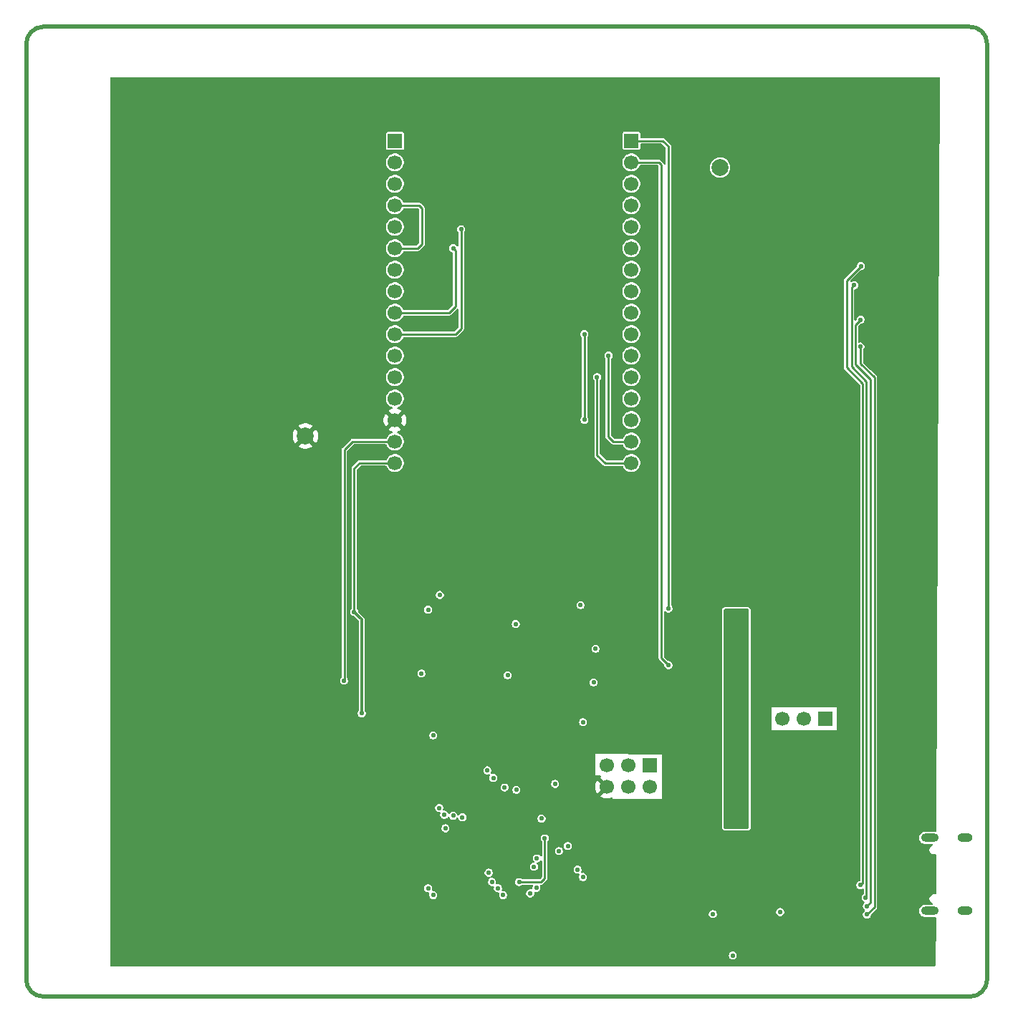
<source format=gbr>
%TF.GenerationSoftware,KiCad,Pcbnew,9.0.6*%
%TF.CreationDate,2026-01-06T10:28:57+00:00*%
%TF.ProjectId,PyBoardTester,5079426f-6172-4645-9465-737465722e6b,rev?*%
%TF.SameCoordinates,Original*%
%TF.FileFunction,Copper,L4,Bot*%
%TF.FilePolarity,Positive*%
%FSLAX46Y46*%
G04 Gerber Fmt 4.6, Leading zero omitted, Abs format (unit mm)*
G04 Created by KiCad (PCBNEW 9.0.6) date 2026-01-06 10:28:57*
%MOMM*%
%LPD*%
G01*
G04 APERTURE LIST*
%TA.AperFunction,ComponentPad*%
%ADD10R,1.700000X1.700000*%
%TD*%
%TA.AperFunction,ComponentPad*%
%ADD11C,1.700000*%
%TD*%
%TA.AperFunction,ComponentPad*%
%ADD12C,2.000000*%
%TD*%
%TA.AperFunction,HeatsinkPad*%
%ADD13O,2.100000X1.000000*%
%TD*%
%TA.AperFunction,HeatsinkPad*%
%ADD14O,1.800000X1.000000*%
%TD*%
%TA.AperFunction,ViaPad*%
%ADD15C,0.550000*%
%TD*%
%TA.AperFunction,Conductor*%
%ADD16C,0.220000*%
%TD*%
%TA.AperFunction,Conductor*%
%ADD17C,0.300000*%
%TD*%
%TA.AperFunction,Conductor*%
%ADD18C,0.260000*%
%TD*%
%TA.AperFunction,Profile*%
%ADD19C,0.500000*%
%TD*%
G04 APERTURE END LIST*
D10*
%TO.P,J3,1,Pin_1*%
%TO.N,V+#1*%
X155314000Y-50194800D03*
D11*
%TO.P,J3,2,Pin_2*%
%TO.N,+3V3#1*%
X155314000Y-52734800D03*
%TO.P,J3,3,Pin_3*%
%TO.N,GND#1*%
X155314000Y-55274800D03*
%TO.P,J3,4,Pin_4*%
%TO.N,/~{RST}#1 actuador*%
X155314000Y-57814800D03*
%TO.P,J3,5,Pin_5*%
%TO.N,/module on test/PB1-Y12*%
X155314000Y-60354800D03*
%TO.P,J3,6,Pin_6*%
%TO.N,/module on test/PB0-Y11*%
X155314000Y-62894800D03*
%TO.P,J3,7,Pin_7*%
%TO.N,/module on test/PB11-Y10*%
X155314000Y-65434800D03*
%TO.P,J3,8,Pin_8*%
%TO.N,/module on test/PB10-Y9*%
X155314000Y-67974800D03*
%TO.P,J3,9,Pin_9*%
%TO.N,/module on test/PA3-X4*%
X155314000Y-70514800D03*
%TO.P,J3,10,Pin_10*%
%TO.N,/module on test/PA2-X3*%
X155314000Y-73054800D03*
%TO.P,J3,11,Pin_11*%
%TO.N,/module on test/PA1-X2*%
X155314000Y-75594800D03*
%TO.P,J3,12,Pin_12*%
%TO.N,/module on test/PA0-X1*%
X155314000Y-78134800D03*
%TO.P,J3,13,Pin_13*%
%TO.N,/module on test/PA3-X4*%
X155314000Y-80674800D03*
%TO.P,J3,14,Pin_14*%
%TO.N,/module on test/PA2-X3*%
X155314000Y-83214800D03*
%TO.P,J3,15,Pin_15*%
%TO.N,/module on test/PA1-X2*%
X155314000Y-85754800D03*
%TO.P,J3,16,Pin_16*%
%TO.N,/module on test/PA0-X1*%
X155314000Y-88294800D03*
%TD*%
D10*
%TO.P,J4,1,Pin_1*%
%TO.N,USB+5V*%
X178250000Y-118550000D03*
D11*
%TO.P,J4,2,Pin_2*%
%TO.N,Vin*%
X175710000Y-118550000D03*
%TO.P,J4,3,Pin_3*%
%TO.N,V+#2*%
X173170000Y-118550000D03*
%TD*%
D12*
%TO.P,TP27,1,1*%
%TO.N,GND*%
X116790681Y-85109856D03*
%TD*%
D10*
%TO.P,J1,1,Pin_1*%
%TO.N,/PDI_DATA*%
X157490000Y-124075000D03*
D11*
%TO.P,J1,2,Pin_2*%
%TO.N,+3V3*%
X157490000Y-126615000D03*
%TO.P,J1,3,Pin_3*%
%TO.N,unconnected-(J1-Pin_3-Pad3)*%
X154950000Y-124075000D03*
%TO.P,J1,4,Pin_4*%
%TO.N,unconnected-(J1-Pin_4-Pad4)*%
X154950000Y-126615000D03*
%TO.P,J1,5,Pin_5*%
%TO.N,/PDI_CLOCK*%
X152410000Y-124075000D03*
%TO.P,J1,6,Pin_6*%
%TO.N,GND*%
X152410000Y-126615000D03*
%TD*%
D13*
%TO.P,J5,S1,SHIELD*%
%TO.N,Net-(J5-SHIELD)*%
X190570000Y-141270000D03*
D14*
X194750000Y-141270000D03*
D13*
X190570000Y-132630000D03*
D14*
X194750000Y-132630000D03*
%TD*%
D12*
%TO.P,TP6,1,1*%
%TO.N,GND#1*%
X165814000Y-53368133D03*
%TD*%
D10*
%TO.P,J2,1,Pin_1*%
%TO.N,/module on test/PC6-Y1*%
X127380000Y-50206800D03*
D11*
%TO.P,J2,2,Pin_2*%
%TO.N,/module on test/PC7-Y2*%
X127380000Y-52746800D03*
%TO.P,J2,3,Pin_3*%
%TO.N,/module on test/PB12-Y5*%
X127380000Y-55286800D03*
%TO.P,J2,4,Pin_4*%
%TO.N,/module on test/PB13-Y6*%
X127380000Y-57826800D03*
%TO.P,J2,5,Pin_5*%
%TO.N,/module on test/PB12-Y5*%
X127380000Y-60366800D03*
%TO.P,J2,6,Pin_6*%
%TO.N,/module on test/PB13-Y6*%
X127380000Y-62906800D03*
%TO.P,J2,7,Pin_7*%
%TO.N,/module on test/PB10-Y9*%
X127380000Y-65446800D03*
%TO.P,J2,8,Pin_8*%
%TO.N,/module on test/PB11-Y10*%
X127380000Y-67986800D03*
%TO.P,J2,9,Pin_9*%
%TO.N,/module on test/PB0-Y11*%
X127380000Y-70526800D03*
%TO.P,J2,10,Pin_10*%
%TO.N,/module on test/PB1-Y12*%
X127380000Y-73066800D03*
%TO.P,J2,11,Pin_11*%
%TO.N,/module on test/PC4-X11*%
X127380000Y-75606800D03*
%TO.P,J2,12,Pin_12*%
%TO.N,/module on test/PC5-X12*%
X127380000Y-78146800D03*
%TO.P,J2,13,Pin_13*%
%TO.N,/~{RST}#2 feedback*%
X127380000Y-80686800D03*
%TO.P,J2,14,Pin_14*%
%TO.N,GND*%
X127380000Y-83226800D03*
%TO.P,J2,15,Pin_15*%
%TO.N,+3V3#2*%
X127380000Y-85766800D03*
%TO.P,J2,16,Pin_16*%
%TO.N,V+#2*%
X127380000Y-88306800D03*
%TD*%
D15*
%TO.N,+3V3#2*%
X121350000Y-114050000D03*
%TO.N,V+#2*%
X122550000Y-105900000D03*
X123450000Y-117900000D03*
%TO.N,V+#1*%
X159700000Y-105500000D03*
%TO.N,+3V3#1*%
X159700000Y-112200000D03*
%TO.N,/module on test/PB1-Y12*%
X135200000Y-60644800D03*
%TO.N,/module on test/PB0-Y11*%
X134250000Y-62894800D03*
%TO.N,/module on test/PB13-Y6*%
X135350000Y-130200000D03*
%TO.N,/module on test/PB10-Y9*%
X134250000Y-130000000D03*
%TO.N,/~{RST}#2 feedback*%
X132600000Y-129100000D03*
%TO.N,GND*%
X150650000Y-127350000D03*
X133050000Y-82600000D03*
X157750000Y-80700000D03*
X170950000Y-134200000D03*
X157950000Y-89750000D03*
X158150000Y-105800000D03*
X133300000Y-105050000D03*
X181550000Y-122750000D03*
X169750000Y-104850000D03*
X157150000Y-119300000D03*
X131200000Y-66900000D03*
X149850000Y-117350000D03*
X185100000Y-72050000D03*
X145200000Y-114500000D03*
X140200000Y-133600000D03*
X187767500Y-145800000D03*
X147800000Y-119350000D03*
X147362500Y-114561200D03*
X131950000Y-108300000D03*
X133363500Y-135500000D03*
X140200000Y-129850000D03*
X190550000Y-98950000D03*
X160750000Y-57550000D03*
X177500000Y-133350000D03*
X190450000Y-88350000D03*
X180550000Y-137600000D03*
X181200000Y-141450000D03*
X130400000Y-118950000D03*
X175450000Y-58700000D03*
X176800000Y-48150000D03*
X132900000Y-146000000D03*
X147500000Y-92350000D03*
X147650000Y-69100000D03*
X133950000Y-61700000D03*
X185250000Y-130750000D03*
X124900000Y-119750000D03*
X187900000Y-51250000D03*
X136800000Y-104550000D03*
X174100000Y-83750000D03*
X181750000Y-84450000D03*
X187667500Y-129900000D03*
X157900000Y-63700000D03*
X136850000Y-94150000D03*
X173950000Y-123350000D03*
X133050000Y-97650000D03*
X138350000Y-133600000D03*
X173100000Y-121550000D03*
X181750000Y-127600000D03*
X150850000Y-44650000D03*
X166500000Y-132450000D03*
X185450000Y-104450000D03*
X188000000Y-75200000D03*
X172450000Y-70750000D03*
X177500000Y-145350000D03*
X136500000Y-73450000D03*
X140750000Y-112350000D03*
X138350000Y-129850000D03*
X190150000Y-118150000D03*
X119650000Y-93700000D03*
X170700000Y-93350000D03*
X120650000Y-121700000D03*
X142100000Y-131750000D03*
X100850000Y-111500000D03*
X132000000Y-115000000D03*
X129750000Y-71700000D03*
X147750000Y-61800000D03*
X170700000Y-100000000D03*
X189050000Y-45050000D03*
X124750000Y-115006800D03*
X122700000Y-115150000D03*
X123600000Y-101850000D03*
X168350000Y-132150000D03*
X133000000Y-90750000D03*
X165150000Y-119300000D03*
X132850000Y-44350000D03*
X181550000Y-99900000D03*
X142800000Y-97950000D03*
X142100000Y-129850000D03*
X146950000Y-75750000D03*
X170850000Y-126050000D03*
X185000000Y-138155000D03*
X154800000Y-105700000D03*
X149900000Y-66550000D03*
X170300000Y-117200000D03*
X157150000Y-138000000D03*
X141400000Y-122300000D03*
X140200000Y-131750000D03*
X136800000Y-68800000D03*
X132000000Y-113056800D03*
X165100000Y-105400000D03*
X183550000Y-76050000D03*
X159712500Y-110311200D03*
X136500000Y-66800000D03*
X141750000Y-78600000D03*
X130550000Y-124800000D03*
X160700000Y-77550000D03*
X150100000Y-84700000D03*
X155750000Y-132100000D03*
X185250000Y-113500000D03*
X158000000Y-54300000D03*
X97400000Y-46350000D03*
X147650000Y-83650000D03*
X169850000Y-44550000D03*
X172900000Y-134150000D03*
X185350000Y-88600000D03*
X96350000Y-72250000D03*
X179900000Y-71250000D03*
X130450000Y-115050000D03*
X142100000Y-133600000D03*
X180700000Y-64700000D03*
X149700000Y-108350000D03*
X157700000Y-71950000D03*
X149150000Y-78150000D03*
X149200000Y-103250000D03*
X146600000Y-122600000D03*
X147312500Y-108511200D03*
X133300000Y-79550000D03*
X158100000Y-101600000D03*
X113900000Y-44250000D03*
X147650000Y-110750000D03*
X136550000Y-83550000D03*
X140200000Y-123000000D03*
X151950000Y-82200000D03*
X170582500Y-146550000D03*
X140450000Y-119250000D03*
X149700000Y-114350000D03*
X137800000Y-106975000D03*
X96850000Y-101950000D03*
X142200000Y-138950000D03*
X105600000Y-59900000D03*
X147700000Y-102450000D03*
X136750000Y-114806800D03*
X132100000Y-106325000D03*
X159712500Y-116161200D03*
X170850000Y-126850000D03*
X97250000Y-123100000D03*
X180700000Y-78350000D03*
X155562500Y-117561200D03*
X142300000Y-117350000D03*
X185350000Y-96800000D03*
X168350000Y-134450000D03*
X159600000Y-124600000D03*
X145500000Y-139050000D03*
X106250000Y-83450000D03*
X159800000Y-136150000D03*
X124750000Y-108400000D03*
X147450000Y-127600000D03*
X130450000Y-136300000D03*
X160600000Y-86250000D03*
X189850000Y-126300000D03*
X96500000Y-143600000D03*
X174582500Y-131600000D03*
X137300000Y-137600000D03*
X165500000Y-112550000D03*
X129600000Y-74050000D03*
X176750000Y-110450000D03*
X187717500Y-143900000D03*
X142050000Y-61850000D03*
X161000000Y-92050000D03*
X149250000Y-71400000D03*
X125300000Y-103800000D03*
X190450000Y-109850000D03*
X169000000Y-137650000D03*
X136400000Y-59900000D03*
X188250000Y-140150000D03*
X139950000Y-115900000D03*
X170150000Y-110100000D03*
X130200000Y-63600000D03*
X188300000Y-133250000D03*
X190350000Y-147100000D03*
X123900000Y-89300000D03*
X111750000Y-139900000D03*
X122300000Y-110700000D03*
X170600000Y-119100000D03*
X105500000Y-131500000D03*
X165550000Y-115900000D03*
X140900000Y-108800000D03*
X124300000Y-112950000D03*
X135700000Y-128250000D03*
X131800000Y-119000000D03*
X133600000Y-107200000D03*
X151350000Y-132200000D03*
X122600000Y-117456800D03*
X185400000Y-82100000D03*
X133750000Y-66750000D03*
X157312500Y-114261200D03*
X114000000Y-100900000D03*
X170300000Y-144900000D03*
X181650000Y-107450000D03*
X138350000Y-131750000D03*
X160750000Y-66850000D03*
X135150000Y-119300000D03*
X165450000Y-125800000D03*
X132850000Y-137400000D03*
X122510000Y-108450000D03*
X174920000Y-126950000D03*
X161400000Y-146350000D03*
X147750000Y-117400000D03*
X164550000Y-137250000D03*
X123900000Y-94700000D03*
X154850000Y-121900000D03*
X184650000Y-132850000D03*
X177580000Y-126950000D03*
X134950000Y-125950000D03*
X153500000Y-56700000D03*
X158850000Y-51750000D03*
X131850000Y-117600000D03*
X157312500Y-108311200D03*
X160850000Y-98650000D03*
X181700000Y-114500000D03*
X137200000Y-117600000D03*
X133350000Y-68950000D03*
X188000000Y-61750000D03*
X165400000Y-108750000D03*
X148450000Y-141850000D03*
X116200000Y-114850000D03*
X190650000Y-77700000D03*
X180600000Y-51100000D03*
X135050000Y-132400000D03*
X185450000Y-123950000D03*
X152150000Y-139150000D03*
X130400000Y-130950000D03*
X145100000Y-108450000D03*
X158000000Y-95400000D03*
X160850000Y-105850000D03*
X147700000Y-130450000D03*
X150350000Y-119800000D03*
X181650000Y-92700000D03*
%TO.N,/STATE_LED*%
X141730999Y-126941690D03*
X146750000Y-134200000D03*
%TO.N,/~{RST}#1 actuador*%
X147800000Y-133600000D03*
%TO.N,/V+#1_chck*%
X141650000Y-107343700D03*
X139000000Y-125550000D03*
%TO.N,/+3V3#1_chck*%
X140700000Y-113400000D03*
X138285000Y-124650000D03*
%TO.N,/V+#1_ok*%
X138450000Y-136750000D03*
X148950000Y-136400000D03*
X149300000Y-105100000D03*
%TO.N,/+3V3#1_ok*%
X138850000Y-137850000D03*
X149600000Y-118950000D03*
X149600000Y-137264000D03*
%TO.N,/V+#2_ok*%
X139550000Y-138600000D03*
X131300000Y-138600000D03*
X132675000Y-103900000D03*
%TO.N,/+3V3#2_ok*%
X131900000Y-120500000D03*
X131900000Y-139400000D03*
X140150000Y-139400000D03*
%TO.N,/module on test/PB11-Y10*%
X133200000Y-129900000D03*
%TO.N,/module on test/PA1-X2*%
X152614000Y-75594800D03*
%TO.N,/module on test/PA0-X1*%
X151264000Y-78144800D03*
%TO.N,/module on test/PA2-X3*%
X149764000Y-73044800D03*
X149764000Y-83194800D03*
%TO.N,+3V3*%
X144700000Y-130350000D03*
X146300000Y-126250000D03*
X150850000Y-114250000D03*
X167300000Y-146550000D03*
X166700000Y-117200000D03*
X133350000Y-131500000D03*
X166900000Y-125950000D03*
X142050000Y-137849000D03*
X145075000Y-132675000D03*
X167000000Y-111400000D03*
X131300000Y-105650000D03*
X168700000Y-108600000D03*
X166750000Y-120950000D03*
X166950000Y-106000000D03*
X168700000Y-130100000D03*
X168670000Y-127830000D03*
X168300000Y-119350000D03*
X151078367Y-110271633D03*
X166800000Y-130900000D03*
X130500000Y-113200000D03*
X167000000Y-128400000D03*
X168650000Y-122850000D03*
X140328500Y-126671500D03*
X168700000Y-114450000D03*
%TO.N,/FTDI_CTS*%
X164950000Y-141650000D03*
X172900000Y-141400000D03*
%TO.N,/RST#1_LED*%
X143359022Y-139200000D03*
X182375000Y-74525000D03*
X183150000Y-141700000D03*
%TO.N,/RST#2_LED*%
X144100000Y-138550000D03*
X182400000Y-71350000D03*
X183145384Y-140700000D03*
%TO.N,/SUPPLY_LED*%
X183000000Y-139700000D03*
X181650000Y-67250000D03*
X143800000Y-136050000D03*
%TO.N,/IOs_LED*%
X144150000Y-135050000D03*
X182370000Y-138220000D03*
X182450000Y-65000000D03*
%TD*%
D16*
%TO.N,+3V3#2*%
X121400000Y-114000000D02*
X121400000Y-86700000D01*
X122333200Y-85766800D02*
X127380000Y-85766800D01*
X121350000Y-114050000D02*
X121400000Y-114000000D01*
X121400000Y-86700000D02*
X122333200Y-85766800D01*
%TO.N,V+#2*%
X122550000Y-88950000D02*
X123193200Y-88306800D01*
X122550000Y-105900000D02*
X122550000Y-88950000D01*
D17*
X123450000Y-117900000D02*
X123450000Y-106800000D01*
X123450000Y-106800000D02*
X122550000Y-105900000D01*
D16*
X123193200Y-88306800D02*
X127380000Y-88306800D01*
%TO.N,V+#1*%
X159700000Y-105500000D02*
X159700000Y-50850000D01*
X159700000Y-50850000D02*
X159044800Y-50194800D01*
X159044800Y-50194800D02*
X155314000Y-50194800D01*
%TO.N,+3V3#1*%
X158584800Y-52734800D02*
X155314000Y-52734800D01*
X158850000Y-111350000D02*
X158850000Y-53000000D01*
X158850000Y-53000000D02*
X158584800Y-52734800D01*
X159700000Y-112200000D02*
X158850000Y-111350000D01*
D18*
%TO.N,/module on test/PB1-Y12*%
X135200000Y-72394167D02*
X134527367Y-73066800D01*
X134527367Y-73066800D02*
X127380000Y-73066800D01*
X135200000Y-60644800D02*
X135200000Y-72394167D01*
%TO.N,/module on test/PB0-Y11*%
X134550000Y-69744167D02*
X133767367Y-70526800D01*
X134250000Y-62894800D02*
X134550000Y-63194800D01*
X133767367Y-70526800D02*
X127380000Y-70526800D01*
X134550000Y-63194800D02*
X134550000Y-69744167D01*
%TO.N,/module on test/PB13-Y6*%
X130052000Y-62906800D02*
X127380000Y-62906800D01*
X130196000Y-57826800D02*
X130564000Y-58194800D01*
X130564000Y-62394800D02*
X130052000Y-62906800D01*
X130564000Y-58194800D02*
X130564000Y-62394800D01*
X127380000Y-57826800D02*
X130196000Y-57826800D01*
%TO.N,/module on test/PA1-X2*%
X152614000Y-75594800D02*
X152614000Y-85194800D01*
X152614000Y-85194800D02*
X153174000Y-85754800D01*
X153174000Y-85754800D02*
X155314000Y-85754800D01*
%TO.N,/module on test/PA0-X1*%
X152200633Y-88294800D02*
X155314000Y-88294800D01*
X151264000Y-87358167D02*
X152200633Y-88294800D01*
X151264000Y-78144800D02*
X151264000Y-87358167D01*
%TO.N,/module on test/PA2-X3*%
X149764000Y-73044800D02*
X149764000Y-82394800D01*
X149764000Y-82394800D02*
X149764000Y-83194800D01*
D16*
%TO.N,+3V3*%
X142050000Y-137849000D02*
X144632500Y-137849000D01*
X145075000Y-137406500D02*
X145075000Y-132675000D01*
X144632500Y-137849000D02*
X145075000Y-137406500D01*
%TO.N,/RST#1_LED*%
X183150000Y-141700000D02*
X184050000Y-140800000D01*
X184050000Y-78200000D02*
X182375000Y-76525000D01*
X182375000Y-76525000D02*
X182375000Y-74525000D01*
X184050000Y-140800000D02*
X184050000Y-78200000D01*
%TO.N,/RST#2_LED*%
X183145384Y-140700000D02*
X183600000Y-140245384D01*
X181800000Y-71950000D02*
X182400000Y-71350000D01*
X181789000Y-74282270D02*
X181800000Y-74271270D01*
X181789000Y-74767730D02*
X181789000Y-74282270D01*
X183600000Y-140245384D02*
X183600000Y-78400000D01*
X181800000Y-76600000D02*
X181800000Y-74778730D01*
X183600000Y-78400000D02*
X181800000Y-76600000D01*
X181800000Y-74271270D02*
X181800000Y-71950000D01*
X181800000Y-74778730D02*
X181789000Y-74767730D01*
%TO.N,/SUPPLY_LED*%
X181650000Y-67250000D02*
X181350000Y-67550000D01*
X183100000Y-78650000D02*
X183100000Y-139600000D01*
X183100000Y-139600000D02*
X183000000Y-139700000D01*
X181350000Y-76900000D02*
X183100000Y-78650000D01*
X181350000Y-67550000D02*
X181350000Y-76900000D01*
%TO.N,/IOs_LED*%
X182430000Y-138220000D02*
X182370000Y-138220000D01*
X180750000Y-66700000D02*
X180750000Y-77000000D01*
X182679000Y-137971000D02*
X182430000Y-138220000D01*
X182679000Y-78929000D02*
X182679000Y-137971000D01*
X182450000Y-65000000D02*
X180750000Y-66700000D01*
X180750000Y-77000000D02*
X182679000Y-78929000D01*
%TD*%
%TA.AperFunction,Conductor*%
%TO.N,+3V3*%
G36*
X169143039Y-105569685D02*
G01*
X169188794Y-105622489D01*
X169200000Y-105674000D01*
X169200000Y-131426000D01*
X169180315Y-131493039D01*
X169127511Y-131538794D01*
X169076000Y-131550000D01*
X166374000Y-131550000D01*
X166306961Y-131530315D01*
X166261206Y-131477511D01*
X166250000Y-131426000D01*
X166250000Y-105674000D01*
X166269685Y-105606961D01*
X166322489Y-105561206D01*
X166374000Y-105550000D01*
X169076000Y-105550000D01*
X169143039Y-105569685D01*
G37*
%TD.AperFunction*%
%TD*%
%TA.AperFunction,Conductor*%
%TO.N,GND*%
G36*
X191742448Y-42669685D02*
G01*
X191788203Y-42722489D01*
X191799407Y-42774588D01*
X191650561Y-74076929D01*
X191376004Y-131816194D01*
X191356000Y-131883139D01*
X191302980Y-131928642D01*
X191233775Y-131938257D01*
X191227815Y-131937222D01*
X191188993Y-131929500D01*
X189951007Y-131929500D01*
X189951005Y-131929500D01*
X189815677Y-131956418D01*
X189815667Y-131956421D01*
X189688195Y-132009221D01*
X189688182Y-132009228D01*
X189573458Y-132085885D01*
X189573454Y-132085888D01*
X189475888Y-132183454D01*
X189475885Y-132183458D01*
X189399228Y-132298182D01*
X189399221Y-132298195D01*
X189346421Y-132425667D01*
X189346418Y-132425677D01*
X189319500Y-132561004D01*
X189319500Y-132561007D01*
X189319500Y-132698993D01*
X189319500Y-132698995D01*
X189319499Y-132698995D01*
X189346418Y-132834322D01*
X189346421Y-132834332D01*
X189399221Y-132961804D01*
X189399228Y-132961817D01*
X189475885Y-133076541D01*
X189475888Y-133076545D01*
X189573454Y-133174111D01*
X189573458Y-133174114D01*
X189688182Y-133250771D01*
X189688195Y-133250778D01*
X189815667Y-133303578D01*
X189815672Y-133303580D01*
X189815676Y-133303580D01*
X189815677Y-133303581D01*
X189951004Y-133330500D01*
X190822732Y-133330500D01*
X190889771Y-133350185D01*
X190935526Y-133402989D01*
X190945470Y-133472147D01*
X190916445Y-133535703D01*
X190874168Y-133566187D01*
X190874203Y-133566248D01*
X190873608Y-133566591D01*
X190870182Y-133569062D01*
X190867163Y-133570312D01*
X190747338Y-133639492D01*
X190747333Y-133639496D01*
X190649496Y-133737333D01*
X190649492Y-133737338D01*
X190580313Y-133857161D01*
X190580312Y-133857164D01*
X190544500Y-133990817D01*
X190544500Y-134129183D01*
X190580249Y-134262599D01*
X190580312Y-134262835D01*
X190580313Y-134262838D01*
X190649492Y-134382661D01*
X190649494Y-134382664D01*
X190649495Y-134382665D01*
X190747335Y-134480505D01*
X190747336Y-134480506D01*
X190747338Y-134480507D01*
X190767184Y-134491965D01*
X190867164Y-134549688D01*
X191000817Y-134585500D01*
X191000819Y-134585500D01*
X191139180Y-134585500D01*
X191139183Y-134585500D01*
X191206259Y-134567527D01*
X191276105Y-134569190D01*
X191333967Y-134608352D01*
X191361472Y-134672580D01*
X191362348Y-134687892D01*
X191340857Y-139207529D01*
X191320853Y-139274474D01*
X191267833Y-139319977D01*
X191198628Y-139329592D01*
X191184771Y-139326715D01*
X191139183Y-139314500D01*
X191000817Y-139314500D01*
X190867164Y-139350312D01*
X190867161Y-139350313D01*
X190747338Y-139419492D01*
X190747333Y-139419496D01*
X190649496Y-139517333D01*
X190649492Y-139517338D01*
X190580313Y-139637161D01*
X190580312Y-139637164D01*
X190544500Y-139770817D01*
X190544500Y-139909183D01*
X190566682Y-139991965D01*
X190580312Y-140042835D01*
X190580313Y-140042838D01*
X190649492Y-140162661D01*
X190649494Y-140162664D01*
X190649495Y-140162665D01*
X190747335Y-140260505D01*
X190867164Y-140329688D01*
X190867167Y-140329689D01*
X190870182Y-140330938D01*
X190872337Y-140332675D01*
X190874203Y-140333752D01*
X190874035Y-140334042D01*
X190924587Y-140374778D01*
X190946653Y-140441072D01*
X190929375Y-140508771D01*
X190878239Y-140556383D01*
X190822732Y-140569500D01*
X189951005Y-140569500D01*
X189815677Y-140596418D01*
X189815667Y-140596421D01*
X189688195Y-140649221D01*
X189688182Y-140649228D01*
X189573458Y-140725885D01*
X189573454Y-140725888D01*
X189475888Y-140823454D01*
X189475885Y-140823458D01*
X189399228Y-140938182D01*
X189399221Y-140938195D01*
X189346421Y-141065667D01*
X189346418Y-141065677D01*
X189319500Y-141201004D01*
X189319500Y-141201007D01*
X189319500Y-141338993D01*
X189319500Y-141338995D01*
X189319499Y-141338995D01*
X189346418Y-141474322D01*
X189346421Y-141474332D01*
X189399221Y-141601804D01*
X189399228Y-141601817D01*
X189475885Y-141716541D01*
X189475888Y-141716545D01*
X189573454Y-141814111D01*
X189573458Y-141814114D01*
X189688182Y-141890771D01*
X189688195Y-141890778D01*
X189811773Y-141941965D01*
X189815672Y-141943580D01*
X189815676Y-141943580D01*
X189815677Y-141943581D01*
X189951004Y-141970500D01*
X189951007Y-141970500D01*
X191188990Y-141970500D01*
X191188993Y-141970500D01*
X191188995Y-141970499D01*
X191190969Y-141970305D01*
X191191998Y-141970500D01*
X191195085Y-141970500D01*
X191195085Y-141971085D01*
X191259616Y-141983319D01*
X191310329Y-142031381D01*
X191327130Y-142094297D01*
X191300587Y-147676590D01*
X191280583Y-147743535D01*
X191227563Y-147789038D01*
X191176588Y-147800000D01*
X93824000Y-147800000D01*
X93756961Y-147780315D01*
X93711206Y-147727511D01*
X93700000Y-147676000D01*
X93700000Y-146487399D01*
X166824500Y-146487399D01*
X166824500Y-146612601D01*
X166856905Y-146733536D01*
X166919505Y-146841964D01*
X167008036Y-146930495D01*
X167116464Y-146993095D01*
X167237399Y-147025500D01*
X167237401Y-147025500D01*
X167362599Y-147025500D01*
X167362601Y-147025500D01*
X167483536Y-146993095D01*
X167591964Y-146930495D01*
X167680495Y-146841964D01*
X167743095Y-146733536D01*
X167775500Y-146612601D01*
X167775500Y-146487399D01*
X167743095Y-146366464D01*
X167680495Y-146258036D01*
X167591964Y-146169505D01*
X167483536Y-146106905D01*
X167483537Y-146106905D01*
X167443224Y-146096103D01*
X167362601Y-146074500D01*
X167237399Y-146074500D01*
X167156775Y-146096103D01*
X167116463Y-146106905D01*
X167008037Y-146169504D01*
X167008034Y-146169506D01*
X166919506Y-146258034D01*
X166919504Y-146258037D01*
X166856905Y-146366463D01*
X166856905Y-146366464D01*
X166824500Y-146487399D01*
X93700000Y-146487399D01*
X93700000Y-141587399D01*
X164474500Y-141587399D01*
X164474500Y-141712601D01*
X164506905Y-141833536D01*
X164569505Y-141941964D01*
X164658036Y-142030495D01*
X164766464Y-142093095D01*
X164887399Y-142125500D01*
X164887401Y-142125500D01*
X165012599Y-142125500D01*
X165012601Y-142125500D01*
X165133536Y-142093095D01*
X165241964Y-142030495D01*
X165330495Y-141941964D01*
X165393095Y-141833536D01*
X165425500Y-141712601D01*
X165425500Y-141587399D01*
X165393095Y-141466464D01*
X165330495Y-141358036D01*
X165309858Y-141337399D01*
X172424500Y-141337399D01*
X172424500Y-141462601D01*
X172456905Y-141583536D01*
X172519505Y-141691964D01*
X172608036Y-141780495D01*
X172716464Y-141843095D01*
X172837399Y-141875500D01*
X172837401Y-141875500D01*
X172962599Y-141875500D01*
X172962601Y-141875500D01*
X173083536Y-141843095D01*
X173191964Y-141780495D01*
X173280495Y-141691964D01*
X173343095Y-141583536D01*
X173375500Y-141462601D01*
X173375500Y-141337399D01*
X173343095Y-141216464D01*
X173280495Y-141108036D01*
X173191964Y-141019505D01*
X173083536Y-140956905D01*
X173083537Y-140956905D01*
X173043224Y-140946103D01*
X172962601Y-140924500D01*
X172837399Y-140924500D01*
X172756775Y-140946103D01*
X172716463Y-140956905D01*
X172608037Y-141019504D01*
X172608034Y-141019506D01*
X172519506Y-141108034D01*
X172519504Y-141108037D01*
X172456905Y-141216463D01*
X172446069Y-141256905D01*
X172424500Y-141337399D01*
X165309858Y-141337399D01*
X165241964Y-141269505D01*
X165133536Y-141206905D01*
X165133537Y-141206905D01*
X165093224Y-141196103D01*
X165012601Y-141174500D01*
X164887399Y-141174500D01*
X164806775Y-141196103D01*
X164766463Y-141206905D01*
X164658037Y-141269504D01*
X164658034Y-141269506D01*
X164569506Y-141358034D01*
X164569504Y-141358037D01*
X164506905Y-141466463D01*
X164506905Y-141466464D01*
X164474500Y-141587399D01*
X93700000Y-141587399D01*
X93700000Y-138537399D01*
X130824500Y-138537399D01*
X130824500Y-138662601D01*
X130856905Y-138783536D01*
X130919505Y-138891964D01*
X131008036Y-138980495D01*
X131116464Y-139043095D01*
X131237399Y-139075500D01*
X131237401Y-139075500D01*
X131333076Y-139075500D01*
X131400115Y-139095185D01*
X131445870Y-139147989D01*
X131455814Y-139217147D01*
X131452851Y-139231591D01*
X131424500Y-139337399D01*
X131424500Y-139462601D01*
X131456905Y-139583536D01*
X131519505Y-139691964D01*
X131608036Y-139780495D01*
X131716464Y-139843095D01*
X131837399Y-139875500D01*
X131837401Y-139875500D01*
X131962599Y-139875500D01*
X131962601Y-139875500D01*
X132083536Y-139843095D01*
X132191964Y-139780495D01*
X132280495Y-139691964D01*
X132343095Y-139583536D01*
X132375500Y-139462601D01*
X132375500Y-139337399D01*
X132343095Y-139216464D01*
X132280495Y-139108036D01*
X132191964Y-139019505D01*
X132083536Y-138956905D01*
X132083537Y-138956905D01*
X132043224Y-138946103D01*
X131962601Y-138924500D01*
X131866924Y-138924500D01*
X131799885Y-138904815D01*
X131754130Y-138852011D01*
X131744186Y-138782853D01*
X131747149Y-138768406D01*
X131750231Y-138756905D01*
X131775500Y-138662601D01*
X131775500Y-138537399D01*
X131743095Y-138416464D01*
X131680495Y-138308036D01*
X131591964Y-138219505D01*
X131483536Y-138156905D01*
X131483537Y-138156905D01*
X131424044Y-138140964D01*
X131362601Y-138124500D01*
X131237399Y-138124500D01*
X131175956Y-138140964D01*
X131116463Y-138156905D01*
X131008037Y-138219504D01*
X131008034Y-138219506D01*
X130919506Y-138308034D01*
X130919504Y-138308037D01*
X130856905Y-138416463D01*
X130856905Y-138416464D01*
X130824500Y-138537399D01*
X93700000Y-138537399D01*
X93700000Y-136687399D01*
X137974500Y-136687399D01*
X137974500Y-136812601D01*
X138006905Y-136933536D01*
X138069505Y-137041964D01*
X138158036Y-137130495D01*
X138266464Y-137193095D01*
X138387399Y-137225500D01*
X138387401Y-137225500D01*
X138517891Y-137225500D01*
X138584930Y-137245185D01*
X138630685Y-137297989D01*
X138640629Y-137367147D01*
X138611604Y-137430703D01*
X138579890Y-137456888D01*
X138558036Y-137469504D01*
X138469506Y-137558034D01*
X138469504Y-137558037D01*
X138406905Y-137666463D01*
X138406905Y-137666464D01*
X138374500Y-137787399D01*
X138374500Y-137912601D01*
X138406905Y-138033536D01*
X138469505Y-138141964D01*
X138558036Y-138230495D01*
X138666464Y-138293095D01*
X138787399Y-138325500D01*
X138787401Y-138325500D01*
X138912600Y-138325500D01*
X138912601Y-138325500D01*
X138940736Y-138317961D01*
X139010586Y-138319622D01*
X139068449Y-138358784D01*
X139095954Y-138423012D01*
X139092606Y-138469827D01*
X139074500Y-138537399D01*
X139074500Y-138662601D01*
X139106905Y-138783536D01*
X139169505Y-138891964D01*
X139258036Y-138980495D01*
X139366464Y-139043095D01*
X139487399Y-139075500D01*
X139487401Y-139075500D01*
X139583076Y-139075500D01*
X139650115Y-139095185D01*
X139695870Y-139147989D01*
X139705814Y-139217147D01*
X139702851Y-139231591D01*
X139674500Y-139337399D01*
X139674500Y-139462601D01*
X139706905Y-139583536D01*
X139769505Y-139691964D01*
X139858036Y-139780495D01*
X139966464Y-139843095D01*
X140087399Y-139875500D01*
X140087401Y-139875500D01*
X140212599Y-139875500D01*
X140212601Y-139875500D01*
X140333536Y-139843095D01*
X140441964Y-139780495D01*
X140530495Y-139691964D01*
X140593095Y-139583536D01*
X140625500Y-139462601D01*
X140625500Y-139337399D01*
X140593095Y-139216464D01*
X140530495Y-139108036D01*
X140441964Y-139019505D01*
X140333536Y-138956905D01*
X140333537Y-138956905D01*
X140293224Y-138946103D01*
X140212601Y-138924500D01*
X140116924Y-138924500D01*
X140049885Y-138904815D01*
X140004130Y-138852011D01*
X139994186Y-138782853D01*
X139997149Y-138768406D01*
X140000231Y-138756905D01*
X140025500Y-138662601D01*
X140025500Y-138537399D01*
X139993095Y-138416464D01*
X139930495Y-138308036D01*
X139841964Y-138219505D01*
X139733536Y-138156905D01*
X139733537Y-138156905D01*
X139674044Y-138140964D01*
X139612601Y-138124500D01*
X139487399Y-138124500D01*
X139487393Y-138124500D01*
X139459259Y-138132039D01*
X139389410Y-138130375D01*
X139331548Y-138091212D01*
X139304045Y-138026983D01*
X139303722Y-138000552D01*
X139304702Y-137990216D01*
X139325500Y-137912601D01*
X139325500Y-137787399D01*
X139325232Y-137786399D01*
X141574500Y-137786399D01*
X141574500Y-137911601D01*
X141606905Y-138032536D01*
X141669505Y-138140964D01*
X141758036Y-138229495D01*
X141866464Y-138292095D01*
X141987399Y-138324500D01*
X141987401Y-138324500D01*
X142112599Y-138324500D01*
X142112601Y-138324500D01*
X142233536Y-138292095D01*
X142341964Y-138229495D01*
X142375640Y-138195819D01*
X142436963Y-138162334D01*
X142463321Y-138159500D01*
X143561621Y-138159500D01*
X143628660Y-138179185D01*
X143674415Y-138231989D01*
X143684359Y-138301147D01*
X143669009Y-138345498D01*
X143656907Y-138366459D01*
X143656905Y-138366462D01*
X143624500Y-138487400D01*
X143624500Y-138617261D01*
X143604815Y-138684300D01*
X143552011Y-138730055D01*
X143482853Y-138739999D01*
X143468411Y-138737037D01*
X143421623Y-138724500D01*
X143296421Y-138724500D01*
X143215797Y-138746103D01*
X143175485Y-138756905D01*
X143067059Y-138819504D01*
X143067056Y-138819506D01*
X142978528Y-138908034D01*
X142978526Y-138908037D01*
X142915927Y-139016463D01*
X142913506Y-139025499D01*
X142883522Y-139137399D01*
X142883522Y-139262601D01*
X142915927Y-139383536D01*
X142978527Y-139491964D01*
X143067058Y-139580495D01*
X143175486Y-139643095D01*
X143296421Y-139675500D01*
X143296423Y-139675500D01*
X143421621Y-139675500D01*
X143421623Y-139675500D01*
X143542558Y-139643095D01*
X143650986Y-139580495D01*
X143739517Y-139491964D01*
X143802117Y-139383536D01*
X143834522Y-139262601D01*
X143834522Y-139137399D01*
X143834522Y-139132738D01*
X143854207Y-139065699D01*
X143907011Y-139019944D01*
X143976169Y-139010000D01*
X143990604Y-139012961D01*
X144037399Y-139025500D01*
X144037400Y-139025500D01*
X144162599Y-139025500D01*
X144162601Y-139025500D01*
X144283536Y-138993095D01*
X144391964Y-138930495D01*
X144480495Y-138841964D01*
X144543095Y-138733536D01*
X144575500Y-138612601D01*
X144575500Y-138487399D01*
X144543095Y-138366464D01*
X144538661Y-138358784D01*
X144530991Y-138345498D01*
X144514520Y-138277598D01*
X144537373Y-138211571D01*
X144592295Y-138168382D01*
X144638379Y-138159500D01*
X144673376Y-138159500D01*
X144673379Y-138159500D01*
X144752349Y-138138340D01*
X144823152Y-138097462D01*
X145323462Y-137597151D01*
X145364340Y-137526349D01*
X145385500Y-137447378D01*
X145385500Y-137365621D01*
X145385500Y-136337399D01*
X148474500Y-136337399D01*
X148474500Y-136462601D01*
X148506905Y-136583536D01*
X148569505Y-136691964D01*
X148658036Y-136780495D01*
X148766464Y-136843095D01*
X148887399Y-136875500D01*
X148887401Y-136875500D01*
X149012598Y-136875500D01*
X149012601Y-136875500D01*
X149034145Y-136869727D01*
X149103990Y-136871388D01*
X149161854Y-136910548D01*
X149189361Y-136974775D01*
X149177777Y-137043678D01*
X149173627Y-137051497D01*
X149156908Y-137080457D01*
X149156905Y-137080462D01*
X149143499Y-137130495D01*
X149124500Y-137201399D01*
X149124500Y-137326601D01*
X149156905Y-137447536D01*
X149219505Y-137555964D01*
X149308036Y-137644495D01*
X149416464Y-137707095D01*
X149537399Y-137739500D01*
X149537401Y-137739500D01*
X149662599Y-137739500D01*
X149662601Y-137739500D01*
X149783536Y-137707095D01*
X149891964Y-137644495D01*
X149980495Y-137555964D01*
X150043095Y-137447536D01*
X150075500Y-137326601D01*
X150075500Y-137201399D01*
X150043095Y-137080464D01*
X149980495Y-136972036D01*
X149891964Y-136883505D01*
X149783536Y-136820905D01*
X149783537Y-136820905D01*
X149743224Y-136810103D01*
X149662601Y-136788500D01*
X149537399Y-136788500D01*
X149537398Y-136788500D01*
X149515854Y-136794273D01*
X149446004Y-136792610D01*
X149388142Y-136753447D01*
X149360638Y-136689219D01*
X149372225Y-136620317D01*
X149376374Y-136612498D01*
X149393095Y-136583536D01*
X149425500Y-136462601D01*
X149425500Y-136337399D01*
X149393095Y-136216464D01*
X149330495Y-136108036D01*
X149241964Y-136019505D01*
X149133536Y-135956905D01*
X149133537Y-135956905D01*
X149093224Y-135946103D01*
X149012601Y-135924500D01*
X148887399Y-135924500D01*
X148806775Y-135946103D01*
X148766463Y-135956905D01*
X148658037Y-136019504D01*
X148658034Y-136019506D01*
X148569506Y-136108034D01*
X148569504Y-136108037D01*
X148506905Y-136216463D01*
X148506905Y-136216464D01*
X148474500Y-136337399D01*
X145385500Y-136337399D01*
X145385500Y-134137399D01*
X146274500Y-134137399D01*
X146274500Y-134262601D01*
X146306905Y-134383536D01*
X146369505Y-134491964D01*
X146458036Y-134580495D01*
X146566464Y-134643095D01*
X146687399Y-134675500D01*
X146687401Y-134675500D01*
X146812599Y-134675500D01*
X146812601Y-134675500D01*
X146933536Y-134643095D01*
X147041964Y-134580495D01*
X147130495Y-134491964D01*
X147193095Y-134383536D01*
X147225500Y-134262601D01*
X147225500Y-134137399D01*
X147193095Y-134016464D01*
X147130495Y-133908036D01*
X147041964Y-133819505D01*
X146933536Y-133756905D01*
X146933537Y-133756905D01*
X146893224Y-133746103D01*
X146812601Y-133724500D01*
X146687399Y-133724500D01*
X146606775Y-133746103D01*
X146566463Y-133756905D01*
X146458037Y-133819504D01*
X146458034Y-133819506D01*
X146369506Y-133908034D01*
X146369504Y-133908037D01*
X146306905Y-134016463D01*
X146306905Y-134016464D01*
X146274500Y-134137399D01*
X145385500Y-134137399D01*
X145385500Y-133537399D01*
X147324500Y-133537399D01*
X147324500Y-133662601D01*
X147356905Y-133783536D01*
X147419505Y-133891964D01*
X147508036Y-133980495D01*
X147616464Y-134043095D01*
X147737399Y-134075500D01*
X147737401Y-134075500D01*
X147862599Y-134075500D01*
X147862601Y-134075500D01*
X147983536Y-134043095D01*
X148091964Y-133980495D01*
X148180495Y-133891964D01*
X148243095Y-133783536D01*
X148275500Y-133662601D01*
X148275500Y-133537399D01*
X148243095Y-133416464D01*
X148180495Y-133308036D01*
X148091964Y-133219505D01*
X147983536Y-133156905D01*
X147983537Y-133156905D01*
X147943224Y-133146103D01*
X147862601Y-133124500D01*
X147737399Y-133124500D01*
X147656775Y-133146103D01*
X147616463Y-133156905D01*
X147508037Y-133219504D01*
X147508034Y-133219506D01*
X147419506Y-133308034D01*
X147419504Y-133308037D01*
X147356905Y-133416463D01*
X147356905Y-133416464D01*
X147324500Y-133537399D01*
X145385500Y-133537399D01*
X145385500Y-133088321D01*
X145405185Y-133021282D01*
X145421819Y-133000640D01*
X145455495Y-132966964D01*
X145518095Y-132858536D01*
X145550500Y-132737601D01*
X145550500Y-132612399D01*
X145518095Y-132491464D01*
X145455495Y-132383036D01*
X145366964Y-132294505D01*
X145258536Y-132231905D01*
X145258537Y-132231905D01*
X145218224Y-132221103D01*
X145137601Y-132199500D01*
X145012399Y-132199500D01*
X144931775Y-132221103D01*
X144891463Y-132231905D01*
X144783037Y-132294504D01*
X144783034Y-132294506D01*
X144694506Y-132383034D01*
X144694504Y-132383037D01*
X144631905Y-132491463D01*
X144631905Y-132491464D01*
X144599500Y-132612399D01*
X144599500Y-132737601D01*
X144631905Y-132858536D01*
X144691533Y-132961817D01*
X144694504Y-132966962D01*
X144694506Y-132966965D01*
X144728181Y-133000640D01*
X144761666Y-133061963D01*
X144764500Y-133088321D01*
X144764500Y-134700570D01*
X144744815Y-134767609D01*
X144692011Y-134813364D01*
X144622853Y-134823308D01*
X144559297Y-134794283D01*
X144533112Y-134762569D01*
X144530495Y-134758036D01*
X144441964Y-134669505D01*
X144333536Y-134606905D01*
X144333537Y-134606905D01*
X144293224Y-134596103D01*
X144212601Y-134574500D01*
X144087399Y-134574500D01*
X144006775Y-134596103D01*
X143966463Y-134606905D01*
X143858037Y-134669504D01*
X143858034Y-134669506D01*
X143769506Y-134758034D01*
X143769504Y-134758037D01*
X143706905Y-134866463D01*
X143706905Y-134866464D01*
X143674500Y-134987399D01*
X143674500Y-135112601D01*
X143706905Y-135233536D01*
X143769504Y-135341963D01*
X143769506Y-135341965D01*
X143794247Y-135366706D01*
X143827732Y-135428029D01*
X143822748Y-135497721D01*
X143780876Y-135553654D01*
X143738661Y-135574162D01*
X143737400Y-135574500D01*
X143737399Y-135574500D01*
X143616464Y-135606905D01*
X143616462Y-135606905D01*
X143616462Y-135606906D01*
X143508037Y-135669504D01*
X143508034Y-135669506D01*
X143419506Y-135758034D01*
X143419504Y-135758037D01*
X143356905Y-135866463D01*
X143356905Y-135866464D01*
X143324500Y-135987399D01*
X143324500Y-136112601D01*
X143356905Y-136233536D01*
X143419505Y-136341964D01*
X143508036Y-136430495D01*
X143616464Y-136493095D01*
X143737399Y-136525500D01*
X143737401Y-136525500D01*
X143862599Y-136525500D01*
X143862601Y-136525500D01*
X143983536Y-136493095D01*
X144091964Y-136430495D01*
X144180495Y-136341964D01*
X144243095Y-136233536D01*
X144275500Y-136112601D01*
X144275500Y-135987399D01*
X144243095Y-135866464D01*
X144180495Y-135758036D01*
X144155752Y-135733293D01*
X144122267Y-135671970D01*
X144127251Y-135602278D01*
X144169123Y-135546345D01*
X144211339Y-135525837D01*
X144212597Y-135525500D01*
X144212601Y-135525500D01*
X144333536Y-135493095D01*
X144441964Y-135430495D01*
X144530495Y-135341964D01*
X144533110Y-135337433D01*
X144583675Y-135289216D01*
X144652282Y-135275990D01*
X144717147Y-135301955D01*
X144757678Y-135358867D01*
X144764500Y-135399429D01*
X144764500Y-137226524D01*
X144744815Y-137293563D01*
X144728181Y-137314205D01*
X144540205Y-137502181D01*
X144478882Y-137535666D01*
X144452524Y-137538500D01*
X142463321Y-137538500D01*
X142396282Y-137518815D01*
X142375640Y-137502181D01*
X142341965Y-137468506D01*
X142341964Y-137468505D01*
X142233536Y-137405905D01*
X142233537Y-137405905D01*
X142193224Y-137395103D01*
X142112601Y-137373500D01*
X141987399Y-137373500D01*
X141906775Y-137395103D01*
X141866463Y-137405905D01*
X141758037Y-137468504D01*
X141758034Y-137468506D01*
X141669506Y-137557034D01*
X141669504Y-137557037D01*
X141606905Y-137665463D01*
X141606905Y-137665464D01*
X141574500Y-137786399D01*
X139325232Y-137786399D01*
X139293095Y-137666464D01*
X139230495Y-137558036D01*
X139141964Y-137469505D01*
X139033536Y-137406905D01*
X139033537Y-137406905D01*
X138993224Y-137396103D01*
X138912601Y-137374500D01*
X138787399Y-137374500D01*
X138782109Y-137374500D01*
X138715070Y-137354815D01*
X138669315Y-137302011D01*
X138659371Y-137232853D01*
X138688396Y-137169297D01*
X138720110Y-137143112D01*
X138741964Y-137130495D01*
X138830495Y-137041964D01*
X138893095Y-136933536D01*
X138925500Y-136812601D01*
X138925500Y-136687399D01*
X138893095Y-136566464D01*
X138830495Y-136458036D01*
X138741964Y-136369505D01*
X138633536Y-136306905D01*
X138633537Y-136306905D01*
X138593224Y-136296103D01*
X138512601Y-136274500D01*
X138387399Y-136274500D01*
X138306775Y-136296103D01*
X138266463Y-136306905D01*
X138158037Y-136369504D01*
X138158034Y-136369506D01*
X138069506Y-136458034D01*
X138069504Y-136458037D01*
X138006905Y-136566463D01*
X138006905Y-136566464D01*
X137974500Y-136687399D01*
X93700000Y-136687399D01*
X93700000Y-131437399D01*
X132874500Y-131437399D01*
X132874500Y-131562601D01*
X132906905Y-131683536D01*
X132969505Y-131791964D01*
X133058036Y-131880495D01*
X133166464Y-131943095D01*
X133287399Y-131975500D01*
X133287401Y-131975500D01*
X133412599Y-131975500D01*
X133412601Y-131975500D01*
X133533536Y-131943095D01*
X133641964Y-131880495D01*
X133730495Y-131791964D01*
X133793095Y-131683536D01*
X133825500Y-131562601D01*
X133825500Y-131437399D01*
X133793095Y-131316464D01*
X133730495Y-131208036D01*
X133641964Y-131119505D01*
X133533536Y-131056905D01*
X133533537Y-131056905D01*
X133493224Y-131046103D01*
X133412601Y-131024500D01*
X133287399Y-131024500D01*
X133206775Y-131046103D01*
X133166463Y-131056905D01*
X133058037Y-131119504D01*
X133058034Y-131119506D01*
X132969506Y-131208034D01*
X132969504Y-131208037D01*
X132906905Y-131316463D01*
X132906905Y-131316464D01*
X132874500Y-131437399D01*
X93700000Y-131437399D01*
X93700000Y-129037399D01*
X132124500Y-129037399D01*
X132124500Y-129162601D01*
X132156905Y-129283536D01*
X132219505Y-129391964D01*
X132308036Y-129480495D01*
X132416464Y-129543095D01*
X132537399Y-129575500D01*
X132537401Y-129575500D01*
X132633076Y-129575500D01*
X132700115Y-129595185D01*
X132745870Y-129647989D01*
X132755814Y-129717147D01*
X132752851Y-129731591D01*
X132724500Y-129837399D01*
X132724500Y-129962601D01*
X132756905Y-130083536D01*
X132819505Y-130191964D01*
X132908036Y-130280495D01*
X133016464Y-130343095D01*
X133137399Y-130375500D01*
X133137401Y-130375500D01*
X133262599Y-130375500D01*
X133262601Y-130375500D01*
X133383536Y-130343095D01*
X133491964Y-130280495D01*
X133580495Y-130191964D01*
X133588745Y-130177673D01*
X133639312Y-130129458D01*
X133707919Y-130116234D01*
X133772784Y-130142202D01*
X133803521Y-130177674D01*
X133806904Y-130183534D01*
X133806905Y-130183536D01*
X133869505Y-130291964D01*
X133958036Y-130380495D01*
X134066464Y-130443095D01*
X134187399Y-130475500D01*
X134187401Y-130475500D01*
X134312599Y-130475500D01*
X134312601Y-130475500D01*
X134433536Y-130443095D01*
X134541964Y-130380495D01*
X134630495Y-130291964D01*
X134652845Y-130253251D01*
X134703411Y-130205035D01*
X134772018Y-130191811D01*
X134836883Y-130217778D01*
X134877412Y-130274692D01*
X134880006Y-130283150D01*
X134906905Y-130383536D01*
X134969505Y-130491964D01*
X135058036Y-130580495D01*
X135166464Y-130643095D01*
X135287399Y-130675500D01*
X135287401Y-130675500D01*
X135412599Y-130675500D01*
X135412601Y-130675500D01*
X135533536Y-130643095D01*
X135641964Y-130580495D01*
X135730495Y-130491964D01*
X135793095Y-130383536D01*
X135818855Y-130287399D01*
X144224500Y-130287399D01*
X144224500Y-130412601D01*
X144256905Y-130533536D01*
X144319505Y-130641964D01*
X144408036Y-130730495D01*
X144516464Y-130793095D01*
X144637399Y-130825500D01*
X144637401Y-130825500D01*
X144762599Y-130825500D01*
X144762601Y-130825500D01*
X144883536Y-130793095D01*
X144991964Y-130730495D01*
X145080495Y-130641964D01*
X145143095Y-130533536D01*
X145175500Y-130412601D01*
X145175500Y-130287399D01*
X145143095Y-130166464D01*
X145080495Y-130058036D01*
X144991964Y-129969505D01*
X144883536Y-129906905D01*
X144883537Y-129906905D01*
X144843224Y-129896103D01*
X144762601Y-129874500D01*
X144637399Y-129874500D01*
X144556775Y-129896103D01*
X144516463Y-129906905D01*
X144408037Y-129969504D01*
X144408034Y-129969506D01*
X144319506Y-130058034D01*
X144319504Y-130058037D01*
X144256905Y-130166463D01*
X144256905Y-130166464D01*
X144224500Y-130287399D01*
X135818855Y-130287399D01*
X135825500Y-130262601D01*
X135825500Y-130137399D01*
X135793095Y-130016464D01*
X135730495Y-129908036D01*
X135641964Y-129819505D01*
X135533536Y-129756905D01*
X135533537Y-129756905D01*
X135493224Y-129746103D01*
X135412601Y-129724500D01*
X135287399Y-129724500D01*
X135206775Y-129746103D01*
X135166463Y-129756905D01*
X135058037Y-129819504D01*
X135058034Y-129819506D01*
X134969506Y-129908034D01*
X134969500Y-129908042D01*
X134947152Y-129946750D01*
X134896585Y-129994965D01*
X134827978Y-130008187D01*
X134763113Y-129982219D01*
X134722585Y-129925304D01*
X134719998Y-129916867D01*
X134693095Y-129816464D01*
X134630495Y-129708036D01*
X134541964Y-129619505D01*
X134433536Y-129556905D01*
X134433537Y-129556905D01*
X134381997Y-129543095D01*
X134312601Y-129524500D01*
X134187399Y-129524500D01*
X134118003Y-129543095D01*
X134066463Y-129556905D01*
X133958037Y-129619504D01*
X133958034Y-129619506D01*
X133869506Y-129708034D01*
X133869500Y-129708042D01*
X133861250Y-129722331D01*
X133810681Y-129770544D01*
X133742074Y-129783764D01*
X133677210Y-129757793D01*
X133646478Y-129722325D01*
X133643095Y-129716466D01*
X133643095Y-129716464D01*
X133580495Y-129608036D01*
X133491964Y-129519505D01*
X133383536Y-129456905D01*
X133383537Y-129456905D01*
X133343224Y-129446103D01*
X133262601Y-129424500D01*
X133166924Y-129424500D01*
X133099885Y-129404815D01*
X133054130Y-129352011D01*
X133044186Y-129282853D01*
X133047149Y-129268406D01*
X133075500Y-129162601D01*
X133075500Y-129037399D01*
X133043095Y-128916464D01*
X132980495Y-128808036D01*
X132891964Y-128719505D01*
X132783536Y-128656905D01*
X132783537Y-128656905D01*
X132743224Y-128646103D01*
X132662601Y-128624500D01*
X132537399Y-128624500D01*
X132456775Y-128646103D01*
X132416463Y-128656905D01*
X132308037Y-128719504D01*
X132308034Y-128719506D01*
X132219506Y-128808034D01*
X132219504Y-128808037D01*
X132156905Y-128916463D01*
X132156905Y-128916464D01*
X132124500Y-129037399D01*
X93700000Y-129037399D01*
X93700000Y-126608899D01*
X139853000Y-126608899D01*
X139853000Y-126734101D01*
X139885405Y-126855036D01*
X139948005Y-126963464D01*
X140036536Y-127051995D01*
X140144964Y-127114595D01*
X140265899Y-127147000D01*
X140265901Y-127147000D01*
X140391099Y-127147000D01*
X140391101Y-127147000D01*
X140512036Y-127114595D01*
X140620464Y-127051995D01*
X140708995Y-126963464D01*
X140757708Y-126879089D01*
X141255499Y-126879089D01*
X141255499Y-127004291D01*
X141287904Y-127125226D01*
X141350504Y-127233654D01*
X141439035Y-127322185D01*
X141547463Y-127384785D01*
X141668398Y-127417190D01*
X141668400Y-127417190D01*
X141793598Y-127417190D01*
X141793600Y-127417190D01*
X141914535Y-127384785D01*
X142022963Y-127322185D01*
X142111494Y-127233654D01*
X142174094Y-127125226D01*
X142206499Y-127004291D01*
X142206499Y-126879089D01*
X142174094Y-126758154D01*
X142111494Y-126649726D01*
X142022963Y-126561195D01*
X141914535Y-126498595D01*
X141914536Y-126498595D01*
X141850949Y-126481557D01*
X141793600Y-126466190D01*
X141668398Y-126466190D01*
X141611049Y-126481557D01*
X141547462Y-126498595D01*
X141439036Y-126561194D01*
X141439033Y-126561196D01*
X141350505Y-126649724D01*
X141350503Y-126649727D01*
X141287904Y-126758153D01*
X141274549Y-126807993D01*
X141255499Y-126879089D01*
X140757708Y-126879089D01*
X140771595Y-126855036D01*
X140804000Y-126734101D01*
X140804000Y-126608899D01*
X140771595Y-126487964D01*
X140708995Y-126379536D01*
X140620464Y-126291005D01*
X140620463Y-126291004D01*
X140612936Y-126286659D01*
X140512036Y-126228405D01*
X140512037Y-126228405D01*
X140461639Y-126214901D01*
X140391101Y-126196000D01*
X140265899Y-126196000D01*
X140195361Y-126214901D01*
X140144963Y-126228405D01*
X140036537Y-126291004D01*
X140036534Y-126291006D01*
X139948006Y-126379534D01*
X139948004Y-126379537D01*
X139885405Y-126487963D01*
X139875239Y-126525904D01*
X139853000Y-126608899D01*
X93700000Y-126608899D01*
X93700000Y-126187399D01*
X145824500Y-126187399D01*
X145824500Y-126312601D01*
X145856905Y-126433536D01*
X145919505Y-126541964D01*
X146008036Y-126630495D01*
X146116464Y-126693095D01*
X146237399Y-126725500D01*
X146237401Y-126725500D01*
X146362599Y-126725500D01*
X146362601Y-126725500D01*
X146483536Y-126693095D01*
X146591964Y-126630495D01*
X146680495Y-126541964D01*
X146743095Y-126433536D01*
X146775500Y-126312601D01*
X146775500Y-126187399D01*
X146743095Y-126066464D01*
X146680495Y-125958036D01*
X146591964Y-125869505D01*
X146483536Y-125806905D01*
X146483537Y-125806905D01*
X146443224Y-125796103D01*
X146362601Y-125774500D01*
X146237399Y-125774500D01*
X146156775Y-125796103D01*
X146116463Y-125806905D01*
X146008037Y-125869504D01*
X146008034Y-125869506D01*
X145919506Y-125958034D01*
X145919504Y-125958037D01*
X145856905Y-126066463D01*
X145856905Y-126066464D01*
X145824500Y-126187399D01*
X93700000Y-126187399D01*
X93700000Y-124587399D01*
X137809500Y-124587399D01*
X137809500Y-124712601D01*
X137841905Y-124833536D01*
X137904505Y-124941964D01*
X137993036Y-125030495D01*
X138101464Y-125093095D01*
X138222399Y-125125500D01*
X138222401Y-125125500D01*
X138347600Y-125125500D01*
X138347601Y-125125500D01*
X138468536Y-125093095D01*
X138468538Y-125093093D01*
X138470627Y-125092534D01*
X138540477Y-125094196D01*
X138598340Y-125133357D01*
X138625845Y-125197585D01*
X138614259Y-125266488D01*
X138610110Y-125274306D01*
X138556907Y-125366459D01*
X138556905Y-125366462D01*
X138550157Y-125391647D01*
X138524500Y-125487399D01*
X138524500Y-125612601D01*
X138556905Y-125733536D01*
X138619505Y-125841964D01*
X138708036Y-125930495D01*
X138816464Y-125993095D01*
X138937399Y-126025500D01*
X138937401Y-126025500D01*
X139062599Y-126025500D01*
X139062601Y-126025500D01*
X139183536Y-125993095D01*
X139291964Y-125930495D01*
X139380495Y-125841964D01*
X139443095Y-125733536D01*
X139475500Y-125612601D01*
X139475500Y-125487399D01*
X139443095Y-125366464D01*
X139380495Y-125258036D01*
X139372459Y-125250000D01*
X151050000Y-125250000D01*
X151610371Y-125250000D01*
X151677410Y-125269685D01*
X151723165Y-125322489D01*
X151733109Y-125391647D01*
X151704084Y-125455203D01*
X151683255Y-125474319D01*
X151648282Y-125499727D01*
X151648282Y-125499728D01*
X152280591Y-126132037D01*
X152217007Y-126149075D01*
X152102993Y-126214901D01*
X152009901Y-126307993D01*
X151944075Y-126422007D01*
X151927037Y-126485591D01*
X151294728Y-125853282D01*
X151294727Y-125853282D01*
X151255380Y-125907439D01*
X151158904Y-126096782D01*
X151093242Y-126298869D01*
X151093242Y-126298872D01*
X151060000Y-126508753D01*
X151060000Y-126721246D01*
X151093242Y-126931127D01*
X151093242Y-126931130D01*
X151158904Y-127133217D01*
X151255375Y-127322550D01*
X151294728Y-127376716D01*
X151927037Y-126744408D01*
X151944075Y-126807993D01*
X152009901Y-126922007D01*
X152102993Y-127015099D01*
X152217007Y-127080925D01*
X152280589Y-127097962D01*
X151648282Y-127730269D01*
X151648282Y-127730270D01*
X151702449Y-127769624D01*
X151891782Y-127866095D01*
X152093870Y-127931757D01*
X152303754Y-127965000D01*
X152516246Y-127965000D01*
X152726127Y-127931757D01*
X152726130Y-127931757D01*
X152928214Y-127866096D01*
X152928544Y-127865960D01*
X152928679Y-127865945D01*
X152932854Y-127864589D01*
X152933138Y-127865465D01*
X152998013Y-127858490D01*
X153060493Y-127889762D01*
X153096147Y-127949850D01*
X153100000Y-127980520D01*
X153100000Y-128000000D01*
X158950000Y-128000000D01*
X158950000Y-122750000D01*
X151050000Y-122700000D01*
X151050000Y-125250000D01*
X139372459Y-125250000D01*
X139291964Y-125169505D01*
X139183536Y-125106905D01*
X139183537Y-125106905D01*
X139131997Y-125093095D01*
X139062601Y-125074500D01*
X138937399Y-125074500D01*
X138816464Y-125106905D01*
X138816463Y-125106905D01*
X138814371Y-125107466D01*
X138744521Y-125105803D01*
X138686658Y-125066641D01*
X138659154Y-125002412D01*
X138670740Y-124933510D01*
X138674890Y-124925692D01*
X138700480Y-124881366D01*
X138728095Y-124833536D01*
X138760500Y-124712601D01*
X138760500Y-124587399D01*
X138728095Y-124466464D01*
X138665495Y-124358036D01*
X138576964Y-124269505D01*
X138468536Y-124206905D01*
X138468537Y-124206905D01*
X138428224Y-124196103D01*
X138347601Y-124174500D01*
X138222399Y-124174500D01*
X138141775Y-124196103D01*
X138101463Y-124206905D01*
X137993037Y-124269504D01*
X137993034Y-124269506D01*
X137904506Y-124358034D01*
X137904504Y-124358037D01*
X137841905Y-124466463D01*
X137841905Y-124466464D01*
X137809500Y-124587399D01*
X93700000Y-124587399D01*
X93700000Y-120437399D01*
X131424500Y-120437399D01*
X131424500Y-120562601D01*
X131456905Y-120683536D01*
X131519505Y-120791964D01*
X131608036Y-120880495D01*
X131716464Y-120943095D01*
X131837399Y-120975500D01*
X131837401Y-120975500D01*
X131962599Y-120975500D01*
X131962601Y-120975500D01*
X132083536Y-120943095D01*
X132191964Y-120880495D01*
X132280495Y-120791964D01*
X132343095Y-120683536D01*
X132375500Y-120562601D01*
X132375500Y-120437399D01*
X132343095Y-120316464D01*
X132280495Y-120208036D01*
X132191964Y-120119505D01*
X132083536Y-120056905D01*
X132083537Y-120056905D01*
X132043224Y-120046103D01*
X131962601Y-120024500D01*
X131837399Y-120024500D01*
X131756775Y-120046103D01*
X131716463Y-120056905D01*
X131608037Y-120119504D01*
X131608034Y-120119506D01*
X131519506Y-120208034D01*
X131519504Y-120208037D01*
X131456905Y-120316463D01*
X131456905Y-120316464D01*
X131424500Y-120437399D01*
X93700000Y-120437399D01*
X93700000Y-118887399D01*
X149124500Y-118887399D01*
X149124500Y-119012601D01*
X149156905Y-119133536D01*
X149219505Y-119241964D01*
X149308036Y-119330495D01*
X149416464Y-119393095D01*
X149537399Y-119425500D01*
X149537401Y-119425500D01*
X149662599Y-119425500D01*
X149662601Y-119425500D01*
X149783536Y-119393095D01*
X149891964Y-119330495D01*
X149980495Y-119241964D01*
X150043095Y-119133536D01*
X150075500Y-119012601D01*
X150075500Y-118887399D01*
X150043095Y-118766464D01*
X149980495Y-118658036D01*
X149891964Y-118569505D01*
X149783536Y-118506905D01*
X149783537Y-118506905D01*
X149743224Y-118496103D01*
X149662601Y-118474500D01*
X149537399Y-118474500D01*
X149456775Y-118496103D01*
X149416463Y-118506905D01*
X149308037Y-118569504D01*
X149308034Y-118569506D01*
X149219506Y-118658034D01*
X149219504Y-118658037D01*
X149156905Y-118766463D01*
X149156905Y-118766464D01*
X149124500Y-118887399D01*
X93700000Y-118887399D01*
X93700000Y-113987399D01*
X120874500Y-113987399D01*
X120874500Y-114112601D01*
X120906905Y-114233536D01*
X120969505Y-114341964D01*
X121058036Y-114430495D01*
X121166464Y-114493095D01*
X121287399Y-114525500D01*
X121287401Y-114525500D01*
X121412599Y-114525500D01*
X121412601Y-114525500D01*
X121533536Y-114493095D01*
X121641964Y-114430495D01*
X121730495Y-114341964D01*
X121793095Y-114233536D01*
X121825500Y-114112601D01*
X121825500Y-113987399D01*
X121793095Y-113866464D01*
X121730495Y-113758036D01*
X121727112Y-113752176D01*
X121710500Y-113690177D01*
X121710500Y-105837399D01*
X122074500Y-105837399D01*
X122074500Y-105962601D01*
X122106905Y-106083536D01*
X122169505Y-106191964D01*
X122258036Y-106280495D01*
X122366464Y-106343095D01*
X122487399Y-106375500D01*
X122487401Y-106375500D01*
X122494517Y-106376437D01*
X122558413Y-106404703D01*
X122566013Y-106411695D01*
X123063181Y-106908863D01*
X123096666Y-106970186D01*
X123099500Y-106996544D01*
X123099500Y-117526853D01*
X123079815Y-117593892D01*
X123073877Y-117602338D01*
X123069505Y-117608034D01*
X123006905Y-117716463D01*
X123006905Y-117716464D01*
X122974500Y-117837399D01*
X122974500Y-117962601D01*
X123006905Y-118083536D01*
X123069505Y-118191964D01*
X123158036Y-118280495D01*
X123266464Y-118343095D01*
X123387399Y-118375500D01*
X123387401Y-118375500D01*
X123512599Y-118375500D01*
X123512601Y-118375500D01*
X123633536Y-118343095D01*
X123741964Y-118280495D01*
X123830495Y-118191964D01*
X123893095Y-118083536D01*
X123925500Y-117962601D01*
X123925500Y-117837399D01*
X123893095Y-117716464D01*
X123830495Y-117608036D01*
X123830494Y-117608034D01*
X123826123Y-117602338D01*
X123800930Y-117537169D01*
X123800500Y-117526853D01*
X123800500Y-114187399D01*
X150374500Y-114187399D01*
X150374500Y-114312601D01*
X150406905Y-114433536D01*
X150469505Y-114541964D01*
X150558036Y-114630495D01*
X150666464Y-114693095D01*
X150787399Y-114725500D01*
X150787401Y-114725500D01*
X150912599Y-114725500D01*
X150912601Y-114725500D01*
X151033536Y-114693095D01*
X151141964Y-114630495D01*
X151230495Y-114541964D01*
X151293095Y-114433536D01*
X151325500Y-114312601D01*
X151325500Y-114187399D01*
X151293095Y-114066464D01*
X151230495Y-113958036D01*
X151141964Y-113869505D01*
X151033536Y-113806905D01*
X151033537Y-113806905D01*
X150993224Y-113796103D01*
X150912601Y-113774500D01*
X150787399Y-113774500D01*
X150706775Y-113796103D01*
X150666463Y-113806905D01*
X150558037Y-113869504D01*
X150558034Y-113869506D01*
X150469506Y-113958034D01*
X150469504Y-113958037D01*
X150406905Y-114066463D01*
X150406905Y-114066464D01*
X150374500Y-114187399D01*
X123800500Y-114187399D01*
X123800500Y-113137399D01*
X130024500Y-113137399D01*
X130024500Y-113262601D01*
X130056905Y-113383536D01*
X130119505Y-113491964D01*
X130208036Y-113580495D01*
X130316464Y-113643095D01*
X130437399Y-113675500D01*
X130437401Y-113675500D01*
X130562599Y-113675500D01*
X130562601Y-113675500D01*
X130683536Y-113643095D01*
X130791964Y-113580495D01*
X130880495Y-113491964D01*
X130943095Y-113383536D01*
X130955458Y-113337399D01*
X140224500Y-113337399D01*
X140224500Y-113462601D01*
X140256905Y-113583536D01*
X140319505Y-113691964D01*
X140408036Y-113780495D01*
X140516464Y-113843095D01*
X140637399Y-113875500D01*
X140637401Y-113875500D01*
X140762599Y-113875500D01*
X140762601Y-113875500D01*
X140883536Y-113843095D01*
X140991964Y-113780495D01*
X141080495Y-113691964D01*
X141143095Y-113583536D01*
X141175500Y-113462601D01*
X141175500Y-113337399D01*
X141143095Y-113216464D01*
X141080495Y-113108036D01*
X140991964Y-113019505D01*
X140883536Y-112956905D01*
X140883537Y-112956905D01*
X140843224Y-112946103D01*
X140762601Y-112924500D01*
X140637399Y-112924500D01*
X140556775Y-112946103D01*
X140516463Y-112956905D01*
X140408037Y-113019504D01*
X140408034Y-113019506D01*
X140319506Y-113108034D01*
X140319504Y-113108037D01*
X140256905Y-113216463D01*
X140256905Y-113216464D01*
X140224500Y-113337399D01*
X130955458Y-113337399D01*
X130975500Y-113262601D01*
X130975500Y-113137399D01*
X130943095Y-113016464D01*
X130880495Y-112908036D01*
X130791964Y-112819505D01*
X130683536Y-112756905D01*
X130683537Y-112756905D01*
X130643224Y-112746103D01*
X130562601Y-112724500D01*
X130437399Y-112724500D01*
X130356775Y-112746103D01*
X130316463Y-112756905D01*
X130208037Y-112819504D01*
X130208034Y-112819506D01*
X130119506Y-112908034D01*
X130119504Y-112908037D01*
X130056905Y-113016463D01*
X130056905Y-113016464D01*
X130024500Y-113137399D01*
X123800500Y-113137399D01*
X123800500Y-110209032D01*
X150602867Y-110209032D01*
X150602867Y-110334234D01*
X150635272Y-110455169D01*
X150697872Y-110563597D01*
X150786403Y-110652128D01*
X150894831Y-110714728D01*
X151015766Y-110747133D01*
X151015768Y-110747133D01*
X151140966Y-110747133D01*
X151140968Y-110747133D01*
X151261903Y-110714728D01*
X151370331Y-110652128D01*
X151458862Y-110563597D01*
X151521462Y-110455169D01*
X151553867Y-110334234D01*
X151553867Y-110209032D01*
X151521462Y-110088097D01*
X151458862Y-109979669D01*
X151370331Y-109891138D01*
X151261903Y-109828538D01*
X151261904Y-109828538D01*
X151221591Y-109817736D01*
X151140968Y-109796133D01*
X151015766Y-109796133D01*
X150935142Y-109817736D01*
X150894830Y-109828538D01*
X150786404Y-109891137D01*
X150786401Y-109891139D01*
X150697873Y-109979667D01*
X150697871Y-109979670D01*
X150635272Y-110088096D01*
X150635272Y-110088097D01*
X150602867Y-110209032D01*
X123800500Y-110209032D01*
X123800500Y-107281099D01*
X141174500Y-107281099D01*
X141174500Y-107406301D01*
X141206905Y-107527236D01*
X141269505Y-107635664D01*
X141358036Y-107724195D01*
X141466464Y-107786795D01*
X141587399Y-107819200D01*
X141587401Y-107819200D01*
X141712599Y-107819200D01*
X141712601Y-107819200D01*
X141833536Y-107786795D01*
X141941964Y-107724195D01*
X142030495Y-107635664D01*
X142093095Y-107527236D01*
X142125500Y-107406301D01*
X142125500Y-107281099D01*
X142093095Y-107160164D01*
X142030495Y-107051736D01*
X141941964Y-106963205D01*
X141833536Y-106900605D01*
X141833537Y-106900605D01*
X141793224Y-106889803D01*
X141712601Y-106868200D01*
X141587399Y-106868200D01*
X141506775Y-106889803D01*
X141466463Y-106900605D01*
X141358037Y-106963204D01*
X141358034Y-106963206D01*
X141269506Y-107051734D01*
X141269504Y-107051737D01*
X141206905Y-107160163D01*
X141206905Y-107160164D01*
X141174500Y-107281099D01*
X123800500Y-107281099D01*
X123800500Y-106753858D01*
X123800500Y-106753856D01*
X123776614Y-106664712D01*
X123730470Y-106584788D01*
X123061695Y-105916013D01*
X123028210Y-105854690D01*
X123026437Y-105844517D01*
X123025500Y-105837401D01*
X123025500Y-105837400D01*
X123025500Y-105837399D01*
X122993095Y-105716464D01*
X122930495Y-105608036D01*
X122909858Y-105587399D01*
X130824500Y-105587399D01*
X130824500Y-105712601D01*
X130856905Y-105833536D01*
X130919505Y-105941964D01*
X131008036Y-106030495D01*
X131116464Y-106093095D01*
X131237399Y-106125500D01*
X131237401Y-106125500D01*
X131362599Y-106125500D01*
X131362601Y-106125500D01*
X131483536Y-106093095D01*
X131591964Y-106030495D01*
X131680495Y-105941964D01*
X131743095Y-105833536D01*
X131775500Y-105712601D01*
X131775500Y-105587399D01*
X131743095Y-105466464D01*
X131680495Y-105358036D01*
X131591964Y-105269505D01*
X131483536Y-105206905D01*
X131483537Y-105206905D01*
X131443224Y-105196103D01*
X131362601Y-105174500D01*
X131237399Y-105174500D01*
X131156775Y-105196103D01*
X131116463Y-105206905D01*
X131008037Y-105269504D01*
X131008034Y-105269506D01*
X130919506Y-105358034D01*
X130919504Y-105358037D01*
X130856905Y-105466463D01*
X130851157Y-105487915D01*
X130824500Y-105587399D01*
X122909858Y-105587399D01*
X122891521Y-105569062D01*
X122886904Y-105563171D01*
X122876631Y-105537388D01*
X122863334Y-105513037D01*
X122862005Y-105500682D01*
X122861042Y-105498264D01*
X122861495Y-105495933D01*
X122860500Y-105486679D01*
X122860500Y-105037399D01*
X148824500Y-105037399D01*
X148824500Y-105162601D01*
X148856905Y-105283536D01*
X148919505Y-105391964D01*
X149008036Y-105480495D01*
X149116464Y-105543095D01*
X149237399Y-105575500D01*
X149237401Y-105575500D01*
X149362599Y-105575500D01*
X149362601Y-105575500D01*
X149483536Y-105543095D01*
X149591964Y-105480495D01*
X149680495Y-105391964D01*
X149743095Y-105283536D01*
X149775500Y-105162601D01*
X149775500Y-105037399D01*
X149743095Y-104916464D01*
X149680495Y-104808036D01*
X149591964Y-104719505D01*
X149483536Y-104656905D01*
X149483537Y-104656905D01*
X149443224Y-104646103D01*
X149362601Y-104624500D01*
X149237399Y-104624500D01*
X149156775Y-104646103D01*
X149116463Y-104656905D01*
X149008037Y-104719504D01*
X149008034Y-104719506D01*
X148919506Y-104808034D01*
X148919504Y-104808037D01*
X148856905Y-104916463D01*
X148856905Y-104916464D01*
X148824500Y-105037399D01*
X122860500Y-105037399D01*
X122860500Y-103837399D01*
X132199500Y-103837399D01*
X132199500Y-103962601D01*
X132231905Y-104083536D01*
X132294505Y-104191964D01*
X132383036Y-104280495D01*
X132491464Y-104343095D01*
X132612399Y-104375500D01*
X132612401Y-104375500D01*
X132737599Y-104375500D01*
X132737601Y-104375500D01*
X132858536Y-104343095D01*
X132966964Y-104280495D01*
X133055495Y-104191964D01*
X133118095Y-104083536D01*
X133150500Y-103962601D01*
X133150500Y-103837399D01*
X133118095Y-103716464D01*
X133055495Y-103608036D01*
X132966964Y-103519505D01*
X132858536Y-103456905D01*
X132858537Y-103456905D01*
X132818224Y-103446103D01*
X132737601Y-103424500D01*
X132612399Y-103424500D01*
X132531775Y-103446103D01*
X132491463Y-103456905D01*
X132383037Y-103519504D01*
X132383034Y-103519506D01*
X132294506Y-103608034D01*
X132294504Y-103608037D01*
X132231905Y-103716463D01*
X132231905Y-103716464D01*
X132199500Y-103837399D01*
X122860500Y-103837399D01*
X122860500Y-89129976D01*
X122880185Y-89062937D01*
X122896819Y-89042295D01*
X123285495Y-88653619D01*
X123346818Y-88620134D01*
X123373176Y-88617300D01*
X126288706Y-88617300D01*
X126355745Y-88636985D01*
X126401500Y-88689789D01*
X126403267Y-88693847D01*
X126444087Y-88792396D01*
X126449059Y-88804398D01*
X126466267Y-88830152D01*
X126564024Y-88976457D01*
X126710342Y-89122775D01*
X126710345Y-89122777D01*
X126882402Y-89237741D01*
X127073580Y-89316930D01*
X127216202Y-89345299D01*
X127276530Y-89357299D01*
X127276534Y-89357300D01*
X127276535Y-89357300D01*
X127483466Y-89357300D01*
X127483467Y-89357299D01*
X127686420Y-89316930D01*
X127877598Y-89237741D01*
X128049655Y-89122777D01*
X128195977Y-88976455D01*
X128310941Y-88804398D01*
X128390130Y-88613220D01*
X128430500Y-88410265D01*
X128430500Y-88203335D01*
X128390130Y-88000380D01*
X128310941Y-87809202D01*
X128195977Y-87637145D01*
X128195975Y-87637142D01*
X128049657Y-87490824D01*
X127916239Y-87401678D01*
X127877598Y-87375859D01*
X127848625Y-87363858D01*
X127686420Y-87296670D01*
X127686412Y-87296668D01*
X127483469Y-87256300D01*
X127483465Y-87256300D01*
X127276535Y-87256300D01*
X127276530Y-87256300D01*
X127073587Y-87296668D01*
X127073579Y-87296670D01*
X126882403Y-87375858D01*
X126710342Y-87490824D01*
X126564024Y-87637142D01*
X126449058Y-87809203D01*
X126403267Y-87919753D01*
X126359426Y-87974156D01*
X126293132Y-87996221D01*
X126288706Y-87996300D01*
X123152320Y-87996300D01*
X123137095Y-88000379D01*
X123137095Y-88000380D01*
X123073352Y-88017460D01*
X123073351Y-88017460D01*
X123073349Y-88017461D01*
X123051052Y-88030333D01*
X123051053Y-88030334D01*
X123002550Y-88058336D01*
X123002545Y-88058340D01*
X122301539Y-88759346D01*
X122301535Y-88759351D01*
X122260659Y-88830150D01*
X122260660Y-88830150D01*
X122260660Y-88830151D01*
X122239500Y-88909122D01*
X122239500Y-105486679D01*
X122219815Y-105553718D01*
X122203181Y-105574360D01*
X122169506Y-105608034D01*
X122169504Y-105608037D01*
X122106905Y-105716463D01*
X122106905Y-105716464D01*
X122074500Y-105837399D01*
X121710500Y-105837399D01*
X121710500Y-86879976D01*
X121730185Y-86812937D01*
X121746819Y-86792295D01*
X122425495Y-86113619D01*
X122486818Y-86080134D01*
X122513176Y-86077300D01*
X126288706Y-86077300D01*
X126355745Y-86096985D01*
X126401500Y-86149789D01*
X126403267Y-86153847D01*
X126449058Y-86264396D01*
X126564024Y-86436457D01*
X126710342Y-86582775D01*
X126710345Y-86582777D01*
X126882402Y-86697741D01*
X127073580Y-86776930D01*
X127216202Y-86805299D01*
X127276530Y-86817299D01*
X127276534Y-86817300D01*
X127276535Y-86817300D01*
X127483466Y-86817300D01*
X127483467Y-86817299D01*
X127686420Y-86776930D01*
X127877598Y-86697741D01*
X128049655Y-86582777D01*
X128195977Y-86436455D01*
X128310941Y-86264398D01*
X128390130Y-86073220D01*
X128430500Y-85870265D01*
X128430500Y-85663335D01*
X128390130Y-85460380D01*
X128310941Y-85269202D01*
X128195977Y-85097145D01*
X128195975Y-85097142D01*
X128049657Y-84950824D01*
X127963626Y-84893341D01*
X127877598Y-84835859D01*
X127877593Y-84835857D01*
X127797905Y-84802849D01*
X127712890Y-84767634D01*
X127658488Y-84723794D01*
X127636423Y-84657500D01*
X127653702Y-84589801D01*
X127704839Y-84542190D01*
X127722026Y-84535143D01*
X127898217Y-84477895D01*
X128087554Y-84381422D01*
X128141716Y-84342070D01*
X128141717Y-84342070D01*
X127509408Y-83709762D01*
X127572993Y-83692725D01*
X127687007Y-83626899D01*
X127780099Y-83533807D01*
X127845925Y-83419793D01*
X127862962Y-83356208D01*
X128495270Y-83988517D01*
X128495270Y-83988516D01*
X128534622Y-83934354D01*
X128631095Y-83745017D01*
X128696757Y-83542930D01*
X128696757Y-83542927D01*
X128730000Y-83333046D01*
X128730000Y-83120553D01*
X128696757Y-82910672D01*
X128696757Y-82910669D01*
X128631095Y-82708582D01*
X128534624Y-82519249D01*
X128495270Y-82465082D01*
X128495269Y-82465082D01*
X127862962Y-83097390D01*
X127845925Y-83033807D01*
X127780099Y-82919793D01*
X127687007Y-82826701D01*
X127572993Y-82760875D01*
X127509409Y-82743837D01*
X128141716Y-82111528D01*
X128087550Y-82072175D01*
X127898216Y-81975704D01*
X127722026Y-81918456D01*
X127664350Y-81879018D01*
X127637152Y-81814660D01*
X127649067Y-81745813D01*
X127696311Y-81694338D01*
X127712882Y-81685968D01*
X127877598Y-81617741D01*
X128049655Y-81502777D01*
X128195977Y-81356455D01*
X128310941Y-81184398D01*
X128390130Y-80993220D01*
X128430500Y-80790265D01*
X128430500Y-80583335D01*
X128390130Y-80380380D01*
X128310941Y-80189202D01*
X128195977Y-80017145D01*
X128195975Y-80017142D01*
X128049657Y-79870824D01*
X127963626Y-79813341D01*
X127877598Y-79755859D01*
X127848625Y-79743858D01*
X127686420Y-79676670D01*
X127686412Y-79676668D01*
X127483469Y-79636300D01*
X127483465Y-79636300D01*
X127276535Y-79636300D01*
X127276530Y-79636300D01*
X127073587Y-79676668D01*
X127073579Y-79676670D01*
X126882403Y-79755858D01*
X126710342Y-79870824D01*
X126564024Y-80017142D01*
X126449058Y-80189203D01*
X126369870Y-80380379D01*
X126369868Y-80380387D01*
X126329500Y-80583330D01*
X126329500Y-80790269D01*
X126369868Y-80993212D01*
X126369870Y-80993220D01*
X126449058Y-81184396D01*
X126564024Y-81356457D01*
X126710342Y-81502775D01*
X126882405Y-81617743D01*
X126985043Y-81660256D01*
X127047108Y-81685964D01*
X127101511Y-81729805D01*
X127123576Y-81796099D01*
X127106297Y-81863798D01*
X127055160Y-81911409D01*
X127037974Y-81918456D01*
X126861781Y-81975705D01*
X126672439Y-82072180D01*
X126618282Y-82111527D01*
X126618282Y-82111528D01*
X127250591Y-82743837D01*
X127187007Y-82760875D01*
X127072993Y-82826701D01*
X126979901Y-82919793D01*
X126914075Y-83033807D01*
X126897037Y-83097391D01*
X126264728Y-82465082D01*
X126264727Y-82465082D01*
X126225380Y-82519239D01*
X126128904Y-82708582D01*
X126063242Y-82910669D01*
X126063242Y-82910672D01*
X126030000Y-83120553D01*
X126030000Y-83333046D01*
X126063242Y-83542927D01*
X126063242Y-83542930D01*
X126128904Y-83745017D01*
X126225375Y-83934350D01*
X126264728Y-83988516D01*
X126897037Y-83356208D01*
X126914075Y-83419793D01*
X126979901Y-83533807D01*
X127072993Y-83626899D01*
X127187007Y-83692725D01*
X127250590Y-83709762D01*
X126618282Y-84342069D01*
X126618282Y-84342070D01*
X126672449Y-84381424D01*
X126861782Y-84477895D01*
X127037973Y-84535143D01*
X127095648Y-84574580D01*
X127122847Y-84638939D01*
X127110932Y-84707785D01*
X127063688Y-84759261D01*
X127047108Y-84767635D01*
X126882403Y-84835857D01*
X126710342Y-84950824D01*
X126564024Y-85097142D01*
X126449058Y-85269203D01*
X126403267Y-85379753D01*
X126359426Y-85434156D01*
X126293132Y-85456221D01*
X126288706Y-85456300D01*
X122374078Y-85456300D01*
X122292321Y-85456300D01*
X122213351Y-85477460D01*
X122213349Y-85477461D01*
X122213348Y-85477461D01*
X122142551Y-85518335D01*
X122142546Y-85518339D01*
X121151539Y-86509346D01*
X121151537Y-86509349D01*
X121110660Y-86580150D01*
X121110659Y-86580153D01*
X121109962Y-86582759D01*
X121109957Y-86582777D01*
X121089500Y-86659123D01*
X121089500Y-113586679D01*
X121069815Y-113653718D01*
X121053181Y-113674360D01*
X120969506Y-113758034D01*
X120969504Y-113758037D01*
X120906905Y-113866463D01*
X120906905Y-113866464D01*
X120874500Y-113987399D01*
X93700000Y-113987399D01*
X93700000Y-84991803D01*
X115290681Y-84991803D01*
X115290681Y-85227908D01*
X115327615Y-85461103D01*
X115400578Y-85685658D01*
X115507768Y-85896030D01*
X115568019Y-85978960D01*
X115568021Y-85978961D01*
X116307718Y-85239264D01*
X116324756Y-85302849D01*
X116390582Y-85416863D01*
X116483674Y-85509955D01*
X116597688Y-85575781D01*
X116661271Y-85592818D01*
X115921574Y-86332514D01*
X116004509Y-86392770D01*
X116214878Y-86499958D01*
X116439433Y-86572921D01*
X116439432Y-86572921D01*
X116672629Y-86609856D01*
X116908733Y-86609856D01*
X117141928Y-86572921D01*
X117366483Y-86499958D01*
X117576844Y-86392774D01*
X117576850Y-86392770D01*
X117659785Y-86332514D01*
X117659786Y-86332514D01*
X116920089Y-85592818D01*
X116983674Y-85575781D01*
X117097688Y-85509955D01*
X117190780Y-85416863D01*
X117256606Y-85302849D01*
X117273643Y-85239265D01*
X118013339Y-85978961D01*
X118013339Y-85978960D01*
X118073595Y-85896025D01*
X118073599Y-85896019D01*
X118180783Y-85685658D01*
X118253746Y-85461103D01*
X118290681Y-85227908D01*
X118290681Y-84991803D01*
X118253746Y-84758608D01*
X118180783Y-84534053D01*
X118073595Y-84323684D01*
X118013339Y-84240750D01*
X118013339Y-84240749D01*
X117273643Y-84980446D01*
X117256606Y-84916863D01*
X117190780Y-84802849D01*
X117097688Y-84709757D01*
X116983674Y-84643931D01*
X116920090Y-84626893D01*
X117659786Y-83887196D01*
X117659785Y-83887194D01*
X117576855Y-83826943D01*
X117366483Y-83719753D01*
X117141928Y-83646790D01*
X117141929Y-83646790D01*
X116908733Y-83609856D01*
X116672629Y-83609856D01*
X116439433Y-83646790D01*
X116214878Y-83719753D01*
X116004511Y-83826940D01*
X115921575Y-83887196D01*
X116661272Y-84626893D01*
X116597688Y-84643931D01*
X116483674Y-84709757D01*
X116390582Y-84802849D01*
X116324756Y-84916863D01*
X116307718Y-84980446D01*
X115568021Y-84240750D01*
X115507765Y-84323686D01*
X115400578Y-84534053D01*
X115327615Y-84758608D01*
X115290681Y-84991803D01*
X93700000Y-84991803D01*
X93700000Y-78043330D01*
X126329500Y-78043330D01*
X126329500Y-78250269D01*
X126369868Y-78453212D01*
X126369870Y-78453220D01*
X126449058Y-78644396D01*
X126564024Y-78816457D01*
X126710342Y-78962775D01*
X126710345Y-78962777D01*
X126882402Y-79077741D01*
X127073580Y-79156930D01*
X127216202Y-79185299D01*
X127276530Y-79197299D01*
X127276534Y-79197300D01*
X127276535Y-79197300D01*
X127483466Y-79197300D01*
X127483467Y-79197299D01*
X127686420Y-79156930D01*
X127877598Y-79077741D01*
X128049655Y-78962777D01*
X128195977Y-78816455D01*
X128310941Y-78644398D01*
X128390130Y-78453220D01*
X128430500Y-78250265D01*
X128430500Y-78043335D01*
X128390130Y-77840380D01*
X128310941Y-77649202D01*
X128195977Y-77477145D01*
X128195975Y-77477142D01*
X128049657Y-77330824D01*
X127963626Y-77273341D01*
X127877598Y-77215859D01*
X127848625Y-77203858D01*
X127686420Y-77136670D01*
X127686412Y-77136668D01*
X127483469Y-77096300D01*
X127483465Y-77096300D01*
X127276535Y-77096300D01*
X127276530Y-77096300D01*
X127073587Y-77136668D01*
X127073579Y-77136670D01*
X126882403Y-77215858D01*
X126710342Y-77330824D01*
X126564024Y-77477142D01*
X126449058Y-77649203D01*
X126369870Y-77840379D01*
X126369868Y-77840387D01*
X126329500Y-78043330D01*
X93700000Y-78043330D01*
X93700000Y-75503330D01*
X126329500Y-75503330D01*
X126329500Y-75710269D01*
X126369868Y-75913212D01*
X126369870Y-75913220D01*
X126449058Y-76104396D01*
X126564024Y-76276457D01*
X126710342Y-76422775D01*
X126710345Y-76422777D01*
X126882402Y-76537741D01*
X127073580Y-76616930D01*
X127216202Y-76645299D01*
X127276530Y-76657299D01*
X127276534Y-76657300D01*
X127276535Y-76657300D01*
X127483466Y-76657300D01*
X127483467Y-76657299D01*
X127686420Y-76616930D01*
X127877598Y-76537741D01*
X128049655Y-76422777D01*
X128195977Y-76276455D01*
X128310941Y-76104398D01*
X128390130Y-75913220D01*
X128430500Y-75710265D01*
X128430500Y-75503335D01*
X128390130Y-75300380D01*
X128310941Y-75109202D01*
X128195977Y-74937145D01*
X128195975Y-74937142D01*
X128049657Y-74790824D01*
X127926503Y-74708536D01*
X127877598Y-74675859D01*
X127848625Y-74663858D01*
X127686420Y-74596670D01*
X127686412Y-74596668D01*
X127483469Y-74556300D01*
X127483465Y-74556300D01*
X127276535Y-74556300D01*
X127276530Y-74556300D01*
X127073587Y-74596668D01*
X127073579Y-74596670D01*
X126882403Y-74675858D01*
X126710342Y-74790824D01*
X126564024Y-74937142D01*
X126449058Y-75109203D01*
X126369870Y-75300379D01*
X126369868Y-75300387D01*
X126329500Y-75503330D01*
X93700000Y-75503330D01*
X93700000Y-70423330D01*
X126329500Y-70423330D01*
X126329500Y-70630269D01*
X126369868Y-70833212D01*
X126369870Y-70833220D01*
X126449058Y-71024396D01*
X126564024Y-71196457D01*
X126710342Y-71342775D01*
X126710345Y-71342777D01*
X126882402Y-71457741D01*
X127073580Y-71536930D01*
X127216202Y-71565299D01*
X127276530Y-71577299D01*
X127276534Y-71577300D01*
X127276535Y-71577300D01*
X127483466Y-71577300D01*
X127483467Y-71577299D01*
X127686420Y-71536930D01*
X127877598Y-71457741D01*
X128049655Y-71342777D01*
X128195977Y-71196455D01*
X128310941Y-71024398D01*
X128348449Y-70933847D01*
X128392290Y-70879444D01*
X128458585Y-70857379D01*
X128463010Y-70857300D01*
X133810876Y-70857300D01*
X133810878Y-70857300D01*
X133894935Y-70834777D01*
X133970299Y-70791266D01*
X134657819Y-70103746D01*
X134719142Y-70070261D01*
X134788834Y-70075245D01*
X134844767Y-70117117D01*
X134869184Y-70182581D01*
X134869500Y-70191427D01*
X134869500Y-72205907D01*
X134849815Y-72272946D01*
X134833181Y-72293588D01*
X134426788Y-72699981D01*
X134365465Y-72733466D01*
X134339107Y-72736300D01*
X128463010Y-72736300D01*
X128395971Y-72716615D01*
X128350216Y-72663811D01*
X128348449Y-72659753D01*
X128310942Y-72569204D01*
X128302923Y-72557203D01*
X128195977Y-72397145D01*
X128195975Y-72397142D01*
X128049657Y-72250824D01*
X127963626Y-72193341D01*
X127877598Y-72135859D01*
X127863395Y-72129976D01*
X127686420Y-72056670D01*
X127686412Y-72056668D01*
X127483469Y-72016300D01*
X127483465Y-72016300D01*
X127276535Y-72016300D01*
X127276530Y-72016300D01*
X127073587Y-72056668D01*
X127073579Y-72056670D01*
X126882403Y-72135858D01*
X126710342Y-72250824D01*
X126564024Y-72397142D01*
X126449058Y-72569203D01*
X126369870Y-72760379D01*
X126369868Y-72760387D01*
X126329500Y-72963330D01*
X126329500Y-73170269D01*
X126369868Y-73373212D01*
X126369870Y-73373220D01*
X126449058Y-73564396D01*
X126564024Y-73736457D01*
X126710342Y-73882775D01*
X126710345Y-73882777D01*
X126882402Y-73997741D01*
X127073580Y-74076930D01*
X127216202Y-74105299D01*
X127276530Y-74117299D01*
X127276534Y-74117300D01*
X127276535Y-74117300D01*
X127483466Y-74117300D01*
X127483467Y-74117299D01*
X127686420Y-74076930D01*
X127877598Y-73997741D01*
X128049655Y-73882777D01*
X128195977Y-73736455D01*
X128310941Y-73564398D01*
X128348449Y-73473847D01*
X128392290Y-73419444D01*
X128458585Y-73397379D01*
X128463010Y-73397300D01*
X134570876Y-73397300D01*
X134570878Y-73397300D01*
X134654935Y-73374777D01*
X134730299Y-73331266D01*
X135079366Y-72982199D01*
X149288500Y-72982199D01*
X149288500Y-73107401D01*
X149305345Y-73170265D01*
X149320905Y-73228336D01*
X149383504Y-73336762D01*
X149383506Y-73336765D01*
X149397181Y-73350440D01*
X149430666Y-73411763D01*
X149433500Y-73438121D01*
X149433500Y-82801479D01*
X149413815Y-82868518D01*
X149397181Y-82889160D01*
X149383506Y-82902834D01*
X149383504Y-82902837D01*
X149320905Y-83011263D01*
X149304702Y-83071731D01*
X149288500Y-83132199D01*
X149288500Y-83257401D01*
X149320905Y-83378336D01*
X149383505Y-83486764D01*
X149472036Y-83575295D01*
X149580464Y-83637895D01*
X149701399Y-83670300D01*
X149701401Y-83670300D01*
X149826599Y-83670300D01*
X149826601Y-83670300D01*
X149947536Y-83637895D01*
X150055964Y-83575295D01*
X150144495Y-83486764D01*
X150207095Y-83378336D01*
X150239500Y-83257401D01*
X150239500Y-83132199D01*
X150207095Y-83011264D01*
X150144495Y-82902836D01*
X150130819Y-82889160D01*
X150097334Y-82827837D01*
X150094500Y-82801479D01*
X150094500Y-78082199D01*
X150788500Y-78082199D01*
X150788500Y-78207401D01*
X150799986Y-78250265D01*
X150820905Y-78328336D01*
X150883504Y-78436762D01*
X150883506Y-78436765D01*
X150897181Y-78450440D01*
X150930666Y-78511763D01*
X150933500Y-78538121D01*
X150933500Y-87314656D01*
X150933500Y-87401678D01*
X150956023Y-87485735D01*
X150999534Y-87561099D01*
X151997701Y-88559266D01*
X152073065Y-88602777D01*
X152157122Y-88625300D01*
X152244144Y-88625300D01*
X154230990Y-88625300D01*
X154298029Y-88644985D01*
X154343784Y-88697789D01*
X154345551Y-88701847D01*
X154383057Y-88792395D01*
X154498024Y-88964457D01*
X154644342Y-89110775D01*
X154644345Y-89110777D01*
X154816402Y-89225741D01*
X155007580Y-89304930D01*
X155210530Y-89345299D01*
X155210534Y-89345300D01*
X155210535Y-89345300D01*
X155417466Y-89345300D01*
X155417467Y-89345299D01*
X155620420Y-89304930D01*
X155811598Y-89225741D01*
X155983655Y-89110777D01*
X156129977Y-88964455D01*
X156244941Y-88792398D01*
X156324130Y-88601220D01*
X156364500Y-88398265D01*
X156364500Y-88191335D01*
X156324130Y-87988380D01*
X156244941Y-87797202D01*
X156129977Y-87625145D01*
X156129975Y-87625142D01*
X155983657Y-87478824D01*
X155897626Y-87421341D01*
X155811598Y-87363859D01*
X155620420Y-87284670D01*
X155620412Y-87284668D01*
X155417469Y-87244300D01*
X155417465Y-87244300D01*
X155210535Y-87244300D01*
X155210530Y-87244300D01*
X155007587Y-87284668D01*
X155007579Y-87284670D01*
X154816403Y-87363858D01*
X154644342Y-87478824D01*
X154498024Y-87625142D01*
X154383057Y-87797204D01*
X154345551Y-87887753D01*
X154301710Y-87942156D01*
X154235415Y-87964221D01*
X154230990Y-87964300D01*
X152388893Y-87964300D01*
X152321854Y-87944615D01*
X152301212Y-87927981D01*
X151630819Y-87257588D01*
X151597334Y-87196265D01*
X151594500Y-87169907D01*
X151594500Y-78538121D01*
X151614185Y-78471082D01*
X151630819Y-78450440D01*
X151644495Y-78436764D01*
X151707095Y-78328336D01*
X151739500Y-78207401D01*
X151739500Y-78082199D01*
X151707095Y-77961264D01*
X151644495Y-77852836D01*
X151555964Y-77764305D01*
X151447536Y-77701705D01*
X151447537Y-77701705D01*
X151407224Y-77690903D01*
X151326601Y-77669300D01*
X151201399Y-77669300D01*
X151120775Y-77690903D01*
X151080463Y-77701705D01*
X150972037Y-77764304D01*
X150972034Y-77764306D01*
X150883506Y-77852834D01*
X150883504Y-77852837D01*
X150820905Y-77961263D01*
X150820905Y-77961264D01*
X150788500Y-78082199D01*
X150094500Y-78082199D01*
X150094500Y-75532199D01*
X152138500Y-75532199D01*
X152138500Y-75657401D01*
X152152666Y-75710269D01*
X152170905Y-75778336D01*
X152233504Y-75886762D01*
X152233506Y-75886765D01*
X152247181Y-75900440D01*
X152280666Y-75961763D01*
X152283500Y-75988121D01*
X152283500Y-85151289D01*
X152283500Y-85238311D01*
X152306023Y-85322368D01*
X152349534Y-85397732D01*
X152971068Y-86019266D01*
X153046432Y-86062777D01*
X153130489Y-86085301D01*
X153130492Y-86085301D01*
X153225107Y-86085301D01*
X153225123Y-86085300D01*
X154230990Y-86085300D01*
X154298029Y-86104985D01*
X154343784Y-86157789D01*
X154345551Y-86161847D01*
X154383057Y-86252395D01*
X154498024Y-86424457D01*
X154644342Y-86570775D01*
X154644345Y-86570777D01*
X154816402Y-86685741D01*
X155007580Y-86764930D01*
X155210530Y-86805299D01*
X155210534Y-86805300D01*
X155210535Y-86805300D01*
X155417466Y-86805300D01*
X155417467Y-86805299D01*
X155620420Y-86764930D01*
X155811598Y-86685741D01*
X155983655Y-86570777D01*
X156129977Y-86424455D01*
X156244941Y-86252398D01*
X156324130Y-86061220D01*
X156364500Y-85858265D01*
X156364500Y-85651335D01*
X156324130Y-85448380D01*
X156244941Y-85257202D01*
X156129977Y-85085145D01*
X156129975Y-85085142D01*
X155983657Y-84938824D01*
X155829554Y-84835857D01*
X155811598Y-84823859D01*
X155620420Y-84744670D01*
X155620412Y-84744668D01*
X155417469Y-84704300D01*
X155417465Y-84704300D01*
X155210535Y-84704300D01*
X155210530Y-84704300D01*
X155007587Y-84744668D01*
X155007579Y-84744670D01*
X154816403Y-84823858D01*
X154644342Y-84938824D01*
X154498024Y-85085142D01*
X154383057Y-85257204D01*
X154345551Y-85347753D01*
X154301710Y-85402156D01*
X154235415Y-85424221D01*
X154230990Y-85424300D01*
X153362260Y-85424300D01*
X153295221Y-85404615D01*
X153274579Y-85387981D01*
X152980819Y-85094221D01*
X152947334Y-85032898D01*
X152944500Y-85006540D01*
X152944500Y-83111330D01*
X154263500Y-83111330D01*
X154263500Y-83318269D01*
X154303868Y-83521212D01*
X154303870Y-83521220D01*
X154383059Y-83712398D01*
X154392682Y-83726800D01*
X154498024Y-83884457D01*
X154644342Y-84030775D01*
X154644345Y-84030777D01*
X154816402Y-84145741D01*
X155007580Y-84224930D01*
X155210530Y-84265299D01*
X155210534Y-84265300D01*
X155210535Y-84265300D01*
X155417466Y-84265300D01*
X155417467Y-84265299D01*
X155620420Y-84224930D01*
X155811598Y-84145741D01*
X155983655Y-84030777D01*
X156129977Y-83884455D01*
X156244941Y-83712398D01*
X156324130Y-83521220D01*
X156364500Y-83318265D01*
X156364500Y-83111335D01*
X156324130Y-82908380D01*
X156244941Y-82717202D01*
X156129977Y-82545145D01*
X156129975Y-82545142D01*
X155983657Y-82398824D01*
X155897626Y-82341341D01*
X155811598Y-82283859D01*
X155620420Y-82204670D01*
X155620412Y-82204668D01*
X155417469Y-82164300D01*
X155417465Y-82164300D01*
X155210535Y-82164300D01*
X155210530Y-82164300D01*
X155007587Y-82204668D01*
X155007579Y-82204670D01*
X154816403Y-82283858D01*
X154644342Y-82398824D01*
X154498024Y-82545142D01*
X154383058Y-82717203D01*
X154303870Y-82908379D01*
X154303868Y-82908387D01*
X154263500Y-83111330D01*
X152944500Y-83111330D01*
X152944500Y-80571330D01*
X154263500Y-80571330D01*
X154263500Y-80778269D01*
X154303868Y-80981212D01*
X154303870Y-80981220D01*
X154383058Y-81172396D01*
X154498024Y-81344457D01*
X154644342Y-81490775D01*
X154644345Y-81490777D01*
X154816402Y-81605741D01*
X155007580Y-81684930D01*
X155210530Y-81725299D01*
X155210534Y-81725300D01*
X155210535Y-81725300D01*
X155417466Y-81725300D01*
X155417467Y-81725299D01*
X155620420Y-81684930D01*
X155811598Y-81605741D01*
X155983655Y-81490777D01*
X156129977Y-81344455D01*
X156244941Y-81172398D01*
X156324130Y-80981220D01*
X156364500Y-80778265D01*
X156364500Y-80571335D01*
X156324130Y-80368380D01*
X156244941Y-80177202D01*
X156129977Y-80005145D01*
X156129975Y-80005142D01*
X155983657Y-79858824D01*
X155829556Y-79755858D01*
X155811598Y-79743859D01*
X155620420Y-79664670D01*
X155620412Y-79664668D01*
X155417469Y-79624300D01*
X155417465Y-79624300D01*
X155210535Y-79624300D01*
X155210530Y-79624300D01*
X155007587Y-79664668D01*
X155007579Y-79664670D01*
X154816403Y-79743858D01*
X154644342Y-79858824D01*
X154498024Y-80005142D01*
X154383058Y-80177203D01*
X154303870Y-80368379D01*
X154303868Y-80368387D01*
X154263500Y-80571330D01*
X152944500Y-80571330D01*
X152944500Y-78031330D01*
X154263500Y-78031330D01*
X154263500Y-78238269D01*
X154303868Y-78441212D01*
X154303870Y-78441220D01*
X154383058Y-78632396D01*
X154498024Y-78804457D01*
X154644342Y-78950775D01*
X154644345Y-78950777D01*
X154816402Y-79065741D01*
X155007580Y-79144930D01*
X155210530Y-79185299D01*
X155210534Y-79185300D01*
X155210535Y-79185300D01*
X155417466Y-79185300D01*
X155417467Y-79185299D01*
X155620420Y-79144930D01*
X155811598Y-79065741D01*
X155983655Y-78950777D01*
X156129977Y-78804455D01*
X156244941Y-78632398D01*
X156324130Y-78441220D01*
X156364500Y-78238265D01*
X156364500Y-78031335D01*
X156324130Y-77828380D01*
X156244941Y-77637202D01*
X156129977Y-77465145D01*
X156129975Y-77465142D01*
X155983657Y-77318824D01*
X155829556Y-77215858D01*
X155811598Y-77203859D01*
X155620420Y-77124670D01*
X155620412Y-77124668D01*
X155417469Y-77084300D01*
X155417465Y-77084300D01*
X155210535Y-77084300D01*
X155210530Y-77084300D01*
X155007587Y-77124668D01*
X155007579Y-77124670D01*
X154816403Y-77203858D01*
X154644342Y-77318824D01*
X154498024Y-77465142D01*
X154383058Y-77637203D01*
X154303870Y-77828379D01*
X154303868Y-77828387D01*
X154263500Y-78031330D01*
X152944500Y-78031330D01*
X152944500Y-75988121D01*
X152964185Y-75921082D01*
X152980819Y-75900440D01*
X152994495Y-75886764D01*
X153057095Y-75778336D01*
X153089500Y-75657401D01*
X153089500Y-75532199D01*
X153078549Y-75491330D01*
X154263500Y-75491330D01*
X154263500Y-75698269D01*
X154303868Y-75901212D01*
X154303870Y-75901220D01*
X154383058Y-76092396D01*
X154498024Y-76264457D01*
X154644342Y-76410775D01*
X154644345Y-76410777D01*
X154816402Y-76525741D01*
X155007580Y-76604930D01*
X155210530Y-76645299D01*
X155210534Y-76645300D01*
X155210535Y-76645300D01*
X155417466Y-76645300D01*
X155417467Y-76645299D01*
X155620420Y-76604930D01*
X155811598Y-76525741D01*
X155983655Y-76410777D01*
X156129977Y-76264455D01*
X156244941Y-76092398D01*
X156324130Y-75901220D01*
X156364500Y-75698265D01*
X156364500Y-75491335D01*
X156324130Y-75288380D01*
X156244941Y-75097202D01*
X156129977Y-74925145D01*
X156129975Y-74925142D01*
X155983657Y-74778824D01*
X155829556Y-74675858D01*
X155811598Y-74663859D01*
X155620420Y-74584670D01*
X155620412Y-74584668D01*
X155417469Y-74544300D01*
X155417465Y-74544300D01*
X155210535Y-74544300D01*
X155210530Y-74544300D01*
X155007587Y-74584668D01*
X155007579Y-74584670D01*
X154816403Y-74663858D01*
X154644342Y-74778824D01*
X154498024Y-74925142D01*
X154383058Y-75097203D01*
X154303870Y-75288379D01*
X154303868Y-75288387D01*
X154263500Y-75491330D01*
X153078549Y-75491330D01*
X153057095Y-75411264D01*
X152994495Y-75302836D01*
X152905964Y-75214305D01*
X152797536Y-75151705D01*
X152797537Y-75151705D01*
X152757224Y-75140903D01*
X152676601Y-75119300D01*
X152551399Y-75119300D01*
X152470775Y-75140903D01*
X152430463Y-75151705D01*
X152322037Y-75214304D01*
X152322034Y-75214306D01*
X152233506Y-75302834D01*
X152233504Y-75302837D01*
X152170905Y-75411263D01*
X152170905Y-75411264D01*
X152138500Y-75532199D01*
X150094500Y-75532199D01*
X150094500Y-73438121D01*
X150114185Y-73371082D01*
X150130819Y-73350440D01*
X150144495Y-73336764D01*
X150207095Y-73228336D01*
X150239500Y-73107401D01*
X150239500Y-72982199D01*
X150231229Y-72951330D01*
X154263500Y-72951330D01*
X154263500Y-73158269D01*
X154303868Y-73361212D01*
X154303870Y-73361220D01*
X154383058Y-73552396D01*
X154498024Y-73724457D01*
X154644342Y-73870775D01*
X154644345Y-73870777D01*
X154816402Y-73985741D01*
X155007580Y-74064930D01*
X155210530Y-74105299D01*
X155210534Y-74105300D01*
X155210535Y-74105300D01*
X155417466Y-74105300D01*
X155417467Y-74105299D01*
X155620420Y-74064930D01*
X155811598Y-73985741D01*
X155983655Y-73870777D01*
X156129977Y-73724455D01*
X156244941Y-73552398D01*
X156324130Y-73361220D01*
X156364500Y-73158265D01*
X156364500Y-72951335D01*
X156324130Y-72748380D01*
X156244941Y-72557202D01*
X156129977Y-72385145D01*
X156129975Y-72385142D01*
X155983657Y-72238824D01*
X155829556Y-72135858D01*
X155811598Y-72123859D01*
X155620420Y-72044670D01*
X155620412Y-72044668D01*
X155417469Y-72004300D01*
X155417465Y-72004300D01*
X155210535Y-72004300D01*
X155210530Y-72004300D01*
X155007587Y-72044668D01*
X155007579Y-72044670D01*
X154816403Y-72123858D01*
X154644342Y-72238824D01*
X154498024Y-72385142D01*
X154383058Y-72557203D01*
X154303870Y-72748379D01*
X154303868Y-72748387D01*
X154263500Y-72951330D01*
X150231229Y-72951330D01*
X150207095Y-72861264D01*
X150144495Y-72752836D01*
X150055964Y-72664305D01*
X149947536Y-72601705D01*
X149947537Y-72601705D01*
X149907224Y-72590903D01*
X149826601Y-72569300D01*
X149701399Y-72569300D01*
X149620775Y-72590903D01*
X149580463Y-72601705D01*
X149472037Y-72664304D01*
X149472034Y-72664306D01*
X149383506Y-72752834D01*
X149383504Y-72752837D01*
X149320905Y-72861263D01*
X149320905Y-72861264D01*
X149288500Y-72982199D01*
X135079366Y-72982199D01*
X135464466Y-72597099D01*
X135507977Y-72521735D01*
X135530500Y-72437678D01*
X135530500Y-72350656D01*
X135530500Y-70411330D01*
X154263500Y-70411330D01*
X154263500Y-70618269D01*
X154303868Y-70821212D01*
X154303870Y-70821220D01*
X154383058Y-71012396D01*
X154498024Y-71184457D01*
X154644342Y-71330775D01*
X154644345Y-71330777D01*
X154816402Y-71445741D01*
X155007580Y-71524930D01*
X155210530Y-71565299D01*
X155210534Y-71565300D01*
X155210535Y-71565300D01*
X155417466Y-71565300D01*
X155417467Y-71565299D01*
X155620420Y-71524930D01*
X155811598Y-71445741D01*
X155983655Y-71330777D01*
X156129977Y-71184455D01*
X156244941Y-71012398D01*
X156324130Y-70821220D01*
X156364500Y-70618265D01*
X156364500Y-70411335D01*
X156324130Y-70208380D01*
X156244941Y-70017202D01*
X156129977Y-69845145D01*
X156129975Y-69845142D01*
X155983657Y-69698824D01*
X155870096Y-69622946D01*
X155811598Y-69583859D01*
X155744116Y-69555907D01*
X155620420Y-69504670D01*
X155620412Y-69504668D01*
X155417469Y-69464300D01*
X155417465Y-69464300D01*
X155210535Y-69464300D01*
X155210530Y-69464300D01*
X155007587Y-69504668D01*
X155007579Y-69504670D01*
X154816403Y-69583858D01*
X154644342Y-69698824D01*
X154498024Y-69845142D01*
X154383058Y-70017203D01*
X154303870Y-70208379D01*
X154303868Y-70208387D01*
X154263500Y-70411330D01*
X135530500Y-70411330D01*
X135530500Y-67871330D01*
X154263500Y-67871330D01*
X154263500Y-68078269D01*
X154303868Y-68281212D01*
X154303870Y-68281220D01*
X154383058Y-68472396D01*
X154498024Y-68644457D01*
X154644342Y-68790775D01*
X154644345Y-68790777D01*
X154816402Y-68905741D01*
X155007580Y-68984930D01*
X155210530Y-69025299D01*
X155210534Y-69025300D01*
X155210535Y-69025300D01*
X155417466Y-69025300D01*
X155417467Y-69025299D01*
X155620420Y-68984930D01*
X155811598Y-68905741D01*
X155983655Y-68790777D01*
X156129977Y-68644455D01*
X156244941Y-68472398D01*
X156324130Y-68281220D01*
X156364500Y-68078265D01*
X156364500Y-67871335D01*
X156324130Y-67668380D01*
X156244941Y-67477202D01*
X156129977Y-67305145D01*
X156129975Y-67305142D01*
X155983657Y-67158824D01*
X155845429Y-67066464D01*
X155811598Y-67043859D01*
X155620420Y-66964670D01*
X155620412Y-66964668D01*
X155417469Y-66924300D01*
X155417465Y-66924300D01*
X155210535Y-66924300D01*
X155210530Y-66924300D01*
X155007587Y-66964668D01*
X155007579Y-66964670D01*
X154816403Y-67043858D01*
X154644342Y-67158824D01*
X154498024Y-67305142D01*
X154383058Y-67477203D01*
X154303870Y-67668379D01*
X154303868Y-67668387D01*
X154263500Y-67871330D01*
X135530500Y-67871330D01*
X135530500Y-65331330D01*
X154263500Y-65331330D01*
X154263500Y-65538269D01*
X154303868Y-65741212D01*
X154303870Y-65741220D01*
X154383058Y-65932396D01*
X154498024Y-66104457D01*
X154644342Y-66250775D01*
X154644345Y-66250777D01*
X154816402Y-66365741D01*
X155007580Y-66444930D01*
X155210530Y-66485299D01*
X155210534Y-66485300D01*
X155210535Y-66485300D01*
X155417466Y-66485300D01*
X155417467Y-66485299D01*
X155620420Y-66444930D01*
X155811598Y-66365741D01*
X155983655Y-66250777D01*
X156129977Y-66104455D01*
X156244941Y-65932398D01*
X156324130Y-65741220D01*
X156364500Y-65538265D01*
X156364500Y-65331335D01*
X156324130Y-65128380D01*
X156244941Y-64937202D01*
X156129977Y-64765145D01*
X156129975Y-64765142D01*
X155983657Y-64618824D01*
X155897626Y-64561341D01*
X155811598Y-64503859D01*
X155620420Y-64424670D01*
X155620412Y-64424668D01*
X155417469Y-64384300D01*
X155417465Y-64384300D01*
X155210535Y-64384300D01*
X155210530Y-64384300D01*
X155007587Y-64424668D01*
X155007579Y-64424670D01*
X154816403Y-64503858D01*
X154644342Y-64618824D01*
X154498024Y-64765142D01*
X154383058Y-64937203D01*
X154303870Y-65128379D01*
X154303868Y-65128387D01*
X154263500Y-65331330D01*
X135530500Y-65331330D01*
X135530500Y-62791330D01*
X154263500Y-62791330D01*
X154263500Y-62998269D01*
X154303868Y-63201212D01*
X154303870Y-63201220D01*
X154360482Y-63337894D01*
X154383059Y-63392398D01*
X154437616Y-63474049D01*
X154498024Y-63564457D01*
X154644342Y-63710775D01*
X154644345Y-63710777D01*
X154816402Y-63825741D01*
X155007580Y-63904930D01*
X155210530Y-63945299D01*
X155210534Y-63945300D01*
X155210535Y-63945300D01*
X155417466Y-63945300D01*
X155417467Y-63945299D01*
X155620420Y-63904930D01*
X155811598Y-63825741D01*
X155983655Y-63710777D01*
X156129977Y-63564455D01*
X156244941Y-63392398D01*
X156324130Y-63201220D01*
X156364500Y-62998265D01*
X156364500Y-62791335D01*
X156324130Y-62588380D01*
X156244941Y-62397202D01*
X156129977Y-62225145D01*
X156129975Y-62225142D01*
X155983657Y-62078824D01*
X155829556Y-61975858D01*
X155811598Y-61963859D01*
X155620420Y-61884670D01*
X155620412Y-61884668D01*
X155417469Y-61844300D01*
X155417465Y-61844300D01*
X155210535Y-61844300D01*
X155210530Y-61844300D01*
X155007587Y-61884668D01*
X155007579Y-61884670D01*
X154816403Y-61963858D01*
X154644342Y-62078824D01*
X154498024Y-62225142D01*
X154383058Y-62397203D01*
X154303870Y-62588379D01*
X154303868Y-62588387D01*
X154263500Y-62791330D01*
X135530500Y-62791330D01*
X135530500Y-61038121D01*
X135550185Y-60971082D01*
X135566819Y-60950440D01*
X135580495Y-60936764D01*
X135643095Y-60828336D01*
X135675500Y-60707401D01*
X135675500Y-60582199D01*
X135643095Y-60461264D01*
X135580495Y-60352836D01*
X135491964Y-60264305D01*
X135469490Y-60251330D01*
X154263500Y-60251330D01*
X154263500Y-60458269D01*
X154303868Y-60661212D01*
X154303870Y-60661220D01*
X154383058Y-60852396D01*
X154498024Y-61024457D01*
X154644342Y-61170775D01*
X154644345Y-61170777D01*
X154816402Y-61285741D01*
X155007580Y-61364930D01*
X155210530Y-61405299D01*
X155210534Y-61405300D01*
X155210535Y-61405300D01*
X155417466Y-61405300D01*
X155417467Y-61405299D01*
X155620420Y-61364930D01*
X155811598Y-61285741D01*
X155983655Y-61170777D01*
X156129977Y-61024455D01*
X156244941Y-60852398D01*
X156324130Y-60661220D01*
X156364500Y-60458265D01*
X156364500Y-60251335D01*
X156324130Y-60048380D01*
X156244941Y-59857202D01*
X156129977Y-59685145D01*
X156129975Y-59685142D01*
X155983657Y-59538824D01*
X155829556Y-59435858D01*
X155811598Y-59423859D01*
X155620420Y-59344670D01*
X155620412Y-59344668D01*
X155417469Y-59304300D01*
X155417465Y-59304300D01*
X155210535Y-59304300D01*
X155210530Y-59304300D01*
X155007587Y-59344668D01*
X155007579Y-59344670D01*
X154816403Y-59423858D01*
X154644342Y-59538824D01*
X154498024Y-59685142D01*
X154383058Y-59857203D01*
X154303870Y-60048379D01*
X154303868Y-60048387D01*
X154263500Y-60251330D01*
X135469490Y-60251330D01*
X135383536Y-60201705D01*
X135383537Y-60201705D01*
X135343224Y-60190903D01*
X135262601Y-60169300D01*
X135137399Y-60169300D01*
X135056775Y-60190903D01*
X135016463Y-60201705D01*
X134908037Y-60264304D01*
X134908034Y-60264306D01*
X134819506Y-60352834D01*
X134819504Y-60352837D01*
X134756905Y-60461263D01*
X134756905Y-60461264D01*
X134724500Y-60582199D01*
X134724500Y-60707401D01*
X134756905Y-60828336D01*
X134819504Y-60936762D01*
X134819506Y-60936765D01*
X134833181Y-60950440D01*
X134866666Y-61011763D01*
X134869500Y-61038121D01*
X134869500Y-62554030D01*
X134849815Y-62621069D01*
X134797011Y-62666824D01*
X134727853Y-62676768D01*
X134664297Y-62647743D01*
X134638113Y-62616030D01*
X134630497Y-62602839D01*
X134630496Y-62602837D01*
X134630495Y-62602836D01*
X134541964Y-62514305D01*
X134433536Y-62451705D01*
X134433537Y-62451705D01*
X134383542Y-62438309D01*
X134312601Y-62419300D01*
X134187399Y-62419300D01*
X134116458Y-62438309D01*
X134066463Y-62451705D01*
X133958037Y-62514304D01*
X133958034Y-62514306D01*
X133869506Y-62602834D01*
X133869504Y-62602837D01*
X133806905Y-62711263D01*
X133806905Y-62711264D01*
X133774500Y-62832199D01*
X133774500Y-62957401D01*
X133806905Y-63078336D01*
X133869505Y-63186764D01*
X133958036Y-63275295D01*
X134066464Y-63337895D01*
X134127595Y-63354275D01*
X134187254Y-63390639D01*
X134217783Y-63453486D01*
X134219500Y-63474049D01*
X134219500Y-69555907D01*
X134199815Y-69622946D01*
X134183181Y-69643588D01*
X133666788Y-70159981D01*
X133605465Y-70193466D01*
X133579107Y-70196300D01*
X128463010Y-70196300D01*
X128395971Y-70176615D01*
X128350216Y-70123811D01*
X128348449Y-70119753D01*
X128310942Y-70029204D01*
X128302923Y-70017203D01*
X128195977Y-69857145D01*
X128195975Y-69857142D01*
X128049657Y-69710824D01*
X127894674Y-69607269D01*
X127877598Y-69595859D01*
X127848625Y-69583858D01*
X127686420Y-69516670D01*
X127686412Y-69516668D01*
X127483469Y-69476300D01*
X127483465Y-69476300D01*
X127276535Y-69476300D01*
X127276530Y-69476300D01*
X127073587Y-69516668D01*
X127073579Y-69516670D01*
X126882403Y-69595858D01*
X126710342Y-69710824D01*
X126564024Y-69857142D01*
X126449058Y-70029203D01*
X126369870Y-70220379D01*
X126369868Y-70220387D01*
X126329500Y-70423330D01*
X93700000Y-70423330D01*
X93700000Y-67883330D01*
X126329500Y-67883330D01*
X126329500Y-68090269D01*
X126369868Y-68293212D01*
X126369870Y-68293220D01*
X126449058Y-68484396D01*
X126564024Y-68656457D01*
X126710342Y-68802775D01*
X126710345Y-68802777D01*
X126882402Y-68917741D01*
X127073580Y-68996930D01*
X127216202Y-69025299D01*
X127276530Y-69037299D01*
X127276534Y-69037300D01*
X127276535Y-69037300D01*
X127483466Y-69037300D01*
X127483467Y-69037299D01*
X127686420Y-68996930D01*
X127877598Y-68917741D01*
X128049655Y-68802777D01*
X128195977Y-68656455D01*
X128310941Y-68484398D01*
X128390130Y-68293220D01*
X128430500Y-68090265D01*
X128430500Y-67883335D01*
X128390130Y-67680380D01*
X128310941Y-67489202D01*
X128195977Y-67317145D01*
X128195975Y-67317142D01*
X128049657Y-67170824D01*
X127963626Y-67113341D01*
X127877598Y-67055859D01*
X127848625Y-67043858D01*
X127686420Y-66976670D01*
X127686412Y-66976668D01*
X127483469Y-66936300D01*
X127483465Y-66936300D01*
X127276535Y-66936300D01*
X127276530Y-66936300D01*
X127073587Y-66976668D01*
X127073579Y-66976670D01*
X126882403Y-67055858D01*
X126710342Y-67170824D01*
X126564024Y-67317142D01*
X126449058Y-67489203D01*
X126369870Y-67680379D01*
X126369868Y-67680387D01*
X126329500Y-67883330D01*
X93700000Y-67883330D01*
X93700000Y-65343330D01*
X126329500Y-65343330D01*
X126329500Y-65550269D01*
X126369868Y-65753212D01*
X126369870Y-65753220D01*
X126449058Y-65944396D01*
X126564024Y-66116457D01*
X126710342Y-66262775D01*
X126710345Y-66262777D01*
X126882402Y-66377741D01*
X127073580Y-66456930D01*
X127216202Y-66485299D01*
X127276530Y-66497299D01*
X127276534Y-66497300D01*
X127276535Y-66497300D01*
X127483466Y-66497300D01*
X127483467Y-66497299D01*
X127686420Y-66456930D01*
X127877598Y-66377741D01*
X128049655Y-66262777D01*
X128195977Y-66116455D01*
X128310941Y-65944398D01*
X128390130Y-65753220D01*
X128430500Y-65550265D01*
X128430500Y-65343335D01*
X128390130Y-65140380D01*
X128310941Y-64949202D01*
X128195977Y-64777145D01*
X128195975Y-64777142D01*
X128049657Y-64630824D01*
X127890530Y-64524500D01*
X127877598Y-64515859D01*
X127848625Y-64503858D01*
X127686420Y-64436670D01*
X127686412Y-64436668D01*
X127483469Y-64396300D01*
X127483465Y-64396300D01*
X127276535Y-64396300D01*
X127276530Y-64396300D01*
X127073587Y-64436668D01*
X127073579Y-64436670D01*
X126882403Y-64515858D01*
X126710342Y-64630824D01*
X126564024Y-64777142D01*
X126449058Y-64949203D01*
X126369870Y-65140379D01*
X126369868Y-65140387D01*
X126329500Y-65343330D01*
X93700000Y-65343330D01*
X93700000Y-60263330D01*
X126329500Y-60263330D01*
X126329500Y-60470269D01*
X126369868Y-60673212D01*
X126369870Y-60673220D01*
X126449058Y-60864396D01*
X126564024Y-61036457D01*
X126710342Y-61182775D01*
X126710345Y-61182777D01*
X126882402Y-61297741D01*
X127073580Y-61376930D01*
X127216202Y-61405299D01*
X127276530Y-61417299D01*
X127276534Y-61417300D01*
X127276535Y-61417300D01*
X127483466Y-61417300D01*
X127483467Y-61417299D01*
X127686420Y-61376930D01*
X127877598Y-61297741D01*
X128049655Y-61182777D01*
X128195977Y-61036455D01*
X128310941Y-60864398D01*
X128390130Y-60673220D01*
X128430500Y-60470265D01*
X128430500Y-60263335D01*
X128390130Y-60060380D01*
X128310941Y-59869202D01*
X128195977Y-59697145D01*
X128195975Y-59697142D01*
X128049657Y-59550824D01*
X127963626Y-59493341D01*
X127877598Y-59435859D01*
X127848625Y-59423858D01*
X127686420Y-59356670D01*
X127686412Y-59356668D01*
X127483469Y-59316300D01*
X127483465Y-59316300D01*
X127276535Y-59316300D01*
X127276530Y-59316300D01*
X127073587Y-59356668D01*
X127073579Y-59356670D01*
X126882403Y-59435858D01*
X126710342Y-59550824D01*
X126564024Y-59697142D01*
X126449058Y-59869203D01*
X126369870Y-60060379D01*
X126369868Y-60060387D01*
X126329500Y-60263330D01*
X93700000Y-60263330D01*
X93700000Y-57723330D01*
X126329500Y-57723330D01*
X126329500Y-57930269D01*
X126369868Y-58133212D01*
X126369870Y-58133220D01*
X126444087Y-58312396D01*
X126449059Y-58324398D01*
X126506541Y-58410426D01*
X126564024Y-58496457D01*
X126710342Y-58642775D01*
X126710345Y-58642777D01*
X126882402Y-58757741D01*
X127073580Y-58836930D01*
X127216202Y-58865299D01*
X127276530Y-58877299D01*
X127276534Y-58877300D01*
X127276535Y-58877300D01*
X127483466Y-58877300D01*
X127483467Y-58877299D01*
X127686420Y-58836930D01*
X127877598Y-58757741D01*
X128049655Y-58642777D01*
X128195977Y-58496455D01*
X128310941Y-58324398D01*
X128348449Y-58233847D01*
X128392290Y-58179444D01*
X128458585Y-58157379D01*
X128463010Y-58157300D01*
X130007740Y-58157300D01*
X130037180Y-58165944D01*
X130067167Y-58172468D01*
X130072182Y-58176222D01*
X130074779Y-58176985D01*
X130095421Y-58193619D01*
X130197181Y-58295379D01*
X130230666Y-58356702D01*
X130233500Y-58383060D01*
X130233500Y-62206540D01*
X130213815Y-62273579D01*
X130197181Y-62294221D01*
X129951421Y-62539981D01*
X129890098Y-62573466D01*
X129863740Y-62576300D01*
X128463010Y-62576300D01*
X128395971Y-62556615D01*
X128350216Y-62503811D01*
X128348449Y-62499753D01*
X128310942Y-62409204D01*
X128302923Y-62397203D01*
X128195977Y-62237145D01*
X128195975Y-62237142D01*
X128049657Y-62090824D01*
X127963626Y-62033341D01*
X127877598Y-61975859D01*
X127848625Y-61963858D01*
X127686420Y-61896670D01*
X127686412Y-61896668D01*
X127483469Y-61856300D01*
X127483465Y-61856300D01*
X127276535Y-61856300D01*
X127276530Y-61856300D01*
X127073587Y-61896668D01*
X127073579Y-61896670D01*
X126882403Y-61975858D01*
X126710342Y-62090824D01*
X126564024Y-62237142D01*
X126449058Y-62409203D01*
X126369870Y-62600379D01*
X126369868Y-62600387D01*
X126329500Y-62803330D01*
X126329500Y-63010269D01*
X126369868Y-63213212D01*
X126369870Y-63213220D01*
X126449058Y-63404396D01*
X126564024Y-63576457D01*
X126710342Y-63722775D01*
X126710345Y-63722777D01*
X126882402Y-63837741D01*
X127073580Y-63916930D01*
X127216202Y-63945299D01*
X127276530Y-63957299D01*
X127276534Y-63957300D01*
X127276535Y-63957300D01*
X127483466Y-63957300D01*
X127483467Y-63957299D01*
X127686420Y-63916930D01*
X127877598Y-63837741D01*
X128049655Y-63722777D01*
X128195977Y-63576455D01*
X128310941Y-63404398D01*
X128348449Y-63313847D01*
X128392290Y-63259444D01*
X128458585Y-63237379D01*
X128463010Y-63237300D01*
X130095509Y-63237300D01*
X130095511Y-63237300D01*
X130179568Y-63214777D01*
X130254932Y-63171266D01*
X130766929Y-62659267D01*
X130766932Y-62659266D01*
X130828466Y-62597732D01*
X130856050Y-62549953D01*
X130871977Y-62522369D01*
X130894500Y-62438311D01*
X130894500Y-62351289D01*
X130894500Y-58248313D01*
X130894501Y-58248300D01*
X130894501Y-58151291D01*
X130894501Y-58151289D01*
X130871977Y-58067232D01*
X130828466Y-57991868D01*
X130547928Y-57711330D01*
X154263500Y-57711330D01*
X154263500Y-57918269D01*
X154303868Y-58121212D01*
X154303870Y-58121220D01*
X154383058Y-58312396D01*
X154498024Y-58484457D01*
X154644342Y-58630775D01*
X154644345Y-58630777D01*
X154816402Y-58745741D01*
X155007580Y-58824930D01*
X155210530Y-58865299D01*
X155210534Y-58865300D01*
X155210535Y-58865300D01*
X155417466Y-58865300D01*
X155417467Y-58865299D01*
X155620420Y-58824930D01*
X155811598Y-58745741D01*
X155983655Y-58630777D01*
X156129977Y-58484455D01*
X156244941Y-58312398D01*
X156324130Y-58121220D01*
X156364500Y-57918265D01*
X156364500Y-57711335D01*
X156324130Y-57508380D01*
X156244941Y-57317202D01*
X156129977Y-57145145D01*
X156129975Y-57145142D01*
X155983657Y-56998824D01*
X155829556Y-56895858D01*
X155811598Y-56883859D01*
X155620420Y-56804670D01*
X155620412Y-56804668D01*
X155417469Y-56764300D01*
X155417465Y-56764300D01*
X155210535Y-56764300D01*
X155210530Y-56764300D01*
X155007587Y-56804668D01*
X155007579Y-56804670D01*
X154816403Y-56883858D01*
X154644342Y-56998824D01*
X154498024Y-57145142D01*
X154383058Y-57317203D01*
X154303870Y-57508379D01*
X154303868Y-57508387D01*
X154263500Y-57711330D01*
X130547928Y-57711330D01*
X130398932Y-57562334D01*
X130323568Y-57518823D01*
X130239511Y-57496300D01*
X130239510Y-57496300D01*
X128463010Y-57496300D01*
X128395971Y-57476615D01*
X128350216Y-57423811D01*
X128348449Y-57419753D01*
X128310942Y-57329204D01*
X128302923Y-57317203D01*
X128195977Y-57157145D01*
X128195975Y-57157142D01*
X128049657Y-57010824D01*
X127963626Y-56953341D01*
X127877598Y-56895859D01*
X127848625Y-56883858D01*
X127686420Y-56816670D01*
X127686412Y-56816668D01*
X127483469Y-56776300D01*
X127483465Y-56776300D01*
X127276535Y-56776300D01*
X127276530Y-56776300D01*
X127073587Y-56816668D01*
X127073579Y-56816670D01*
X126882403Y-56895858D01*
X126710342Y-57010824D01*
X126564024Y-57157142D01*
X126449058Y-57329203D01*
X126369870Y-57520379D01*
X126369868Y-57520387D01*
X126329500Y-57723330D01*
X93700000Y-57723330D01*
X93700000Y-55183330D01*
X126329500Y-55183330D01*
X126329500Y-55390269D01*
X126369868Y-55593212D01*
X126369870Y-55593220D01*
X126449058Y-55784396D01*
X126564024Y-55956457D01*
X126710342Y-56102775D01*
X126710345Y-56102777D01*
X126882402Y-56217741D01*
X127073580Y-56296930D01*
X127216202Y-56325299D01*
X127276530Y-56337299D01*
X127276534Y-56337300D01*
X127276535Y-56337300D01*
X127483466Y-56337300D01*
X127483467Y-56337299D01*
X127686420Y-56296930D01*
X127877598Y-56217741D01*
X128049655Y-56102777D01*
X128195977Y-55956455D01*
X128310941Y-55784398D01*
X128390130Y-55593220D01*
X128430500Y-55390265D01*
X128430500Y-55183335D01*
X128430499Y-55183330D01*
X128430499Y-55183327D01*
X128428113Y-55171330D01*
X154263500Y-55171330D01*
X154263500Y-55378269D01*
X154303868Y-55581212D01*
X154303870Y-55581220D01*
X154383058Y-55772396D01*
X154498024Y-55944457D01*
X154644342Y-56090775D01*
X154644345Y-56090777D01*
X154816402Y-56205741D01*
X155007580Y-56284930D01*
X155210530Y-56325299D01*
X155210534Y-56325300D01*
X155210535Y-56325300D01*
X155417466Y-56325300D01*
X155417467Y-56325299D01*
X155620420Y-56284930D01*
X155811598Y-56205741D01*
X155983655Y-56090777D01*
X156129977Y-55944455D01*
X156244941Y-55772398D01*
X156324130Y-55581220D01*
X156364500Y-55378265D01*
X156364500Y-55171335D01*
X156324130Y-54968380D01*
X156244941Y-54777202D01*
X156129977Y-54605145D01*
X156129975Y-54605142D01*
X155983657Y-54458824D01*
X155829556Y-54355858D01*
X155811598Y-54343859D01*
X155620420Y-54264670D01*
X155620412Y-54264668D01*
X155417469Y-54224300D01*
X155417465Y-54224300D01*
X155210535Y-54224300D01*
X155210530Y-54224300D01*
X155007587Y-54264668D01*
X155007579Y-54264670D01*
X154816403Y-54343858D01*
X154644342Y-54458824D01*
X154498024Y-54605142D01*
X154383058Y-54777203D01*
X154303870Y-54968379D01*
X154303868Y-54968387D01*
X154263500Y-55171330D01*
X128428113Y-55171330D01*
X128390131Y-54980387D01*
X128390130Y-54980380D01*
X128310941Y-54789202D01*
X128195977Y-54617145D01*
X128195975Y-54617142D01*
X128049657Y-54470824D01*
X127936015Y-54394892D01*
X127877598Y-54355859D01*
X127848625Y-54343858D01*
X127686420Y-54276670D01*
X127686412Y-54276668D01*
X127483469Y-54236300D01*
X127483465Y-54236300D01*
X127276535Y-54236300D01*
X127276530Y-54236300D01*
X127073587Y-54276668D01*
X127073579Y-54276670D01*
X126882403Y-54355858D01*
X126710342Y-54470824D01*
X126564024Y-54617142D01*
X126449058Y-54789203D01*
X126369870Y-54980379D01*
X126369868Y-54980387D01*
X126329500Y-55183330D01*
X93700000Y-55183330D01*
X93700000Y-52643330D01*
X126329500Y-52643330D01*
X126329500Y-52850269D01*
X126369868Y-53053212D01*
X126369870Y-53053220D01*
X126449058Y-53244396D01*
X126564024Y-53416457D01*
X126710342Y-53562775D01*
X126710345Y-53562777D01*
X126882402Y-53677741D01*
X127073580Y-53756930D01*
X127216202Y-53785299D01*
X127276530Y-53797299D01*
X127276534Y-53797300D01*
X127276535Y-53797300D01*
X127483466Y-53797300D01*
X127483467Y-53797299D01*
X127686420Y-53756930D01*
X127877598Y-53677741D01*
X128049655Y-53562777D01*
X128195977Y-53416455D01*
X128310941Y-53244398D01*
X128390130Y-53053220D01*
X128430500Y-52850265D01*
X128430500Y-52643335D01*
X128390130Y-52440380D01*
X128310941Y-52249202D01*
X128195977Y-52077145D01*
X128195975Y-52077142D01*
X128049657Y-51930824D01*
X127963626Y-51873341D01*
X127877598Y-51815859D01*
X127848625Y-51803858D01*
X127686420Y-51736670D01*
X127686412Y-51736668D01*
X127483469Y-51696300D01*
X127483465Y-51696300D01*
X127276535Y-51696300D01*
X127276530Y-51696300D01*
X127073587Y-51736668D01*
X127073579Y-51736670D01*
X126882403Y-51815858D01*
X126710342Y-51930824D01*
X126564024Y-52077142D01*
X126449058Y-52249203D01*
X126369870Y-52440379D01*
X126369868Y-52440387D01*
X126329500Y-52643330D01*
X93700000Y-52643330D01*
X93700000Y-49337047D01*
X126329500Y-49337047D01*
X126329500Y-51076552D01*
X126341131Y-51135029D01*
X126341132Y-51135030D01*
X126385447Y-51201352D01*
X126451769Y-51245667D01*
X126451770Y-51245668D01*
X126510247Y-51257299D01*
X126510250Y-51257300D01*
X126510252Y-51257300D01*
X128249750Y-51257300D01*
X128249751Y-51257299D01*
X128264568Y-51254352D01*
X128308229Y-51245668D01*
X128308229Y-51245667D01*
X128308231Y-51245667D01*
X128374552Y-51201352D01*
X128418867Y-51135031D01*
X128418867Y-51135029D01*
X128418868Y-51135029D01*
X128430499Y-51076552D01*
X128430500Y-51076550D01*
X128430500Y-49337054D01*
X128430498Y-49337042D01*
X128428112Y-49325047D01*
X154263500Y-49325047D01*
X154263500Y-51064552D01*
X154275131Y-51123029D01*
X154275132Y-51123030D01*
X154319447Y-51189352D01*
X154385769Y-51233667D01*
X154385770Y-51233668D01*
X154444247Y-51245299D01*
X154444250Y-51245300D01*
X154444252Y-51245300D01*
X156183750Y-51245300D01*
X156183751Y-51245299D01*
X156198568Y-51242352D01*
X156242229Y-51233668D01*
X156242229Y-51233667D01*
X156242231Y-51233667D01*
X156308552Y-51189352D01*
X156352867Y-51123031D01*
X156352867Y-51123029D01*
X156352868Y-51123029D01*
X156364499Y-51064552D01*
X156364500Y-51064550D01*
X156364500Y-50629300D01*
X156384185Y-50562261D01*
X156436989Y-50516506D01*
X156488500Y-50505300D01*
X158864824Y-50505300D01*
X158931863Y-50524985D01*
X158952505Y-50541619D01*
X159353181Y-50942294D01*
X159386666Y-51003617D01*
X159389500Y-51029975D01*
X159389500Y-52871889D01*
X159369815Y-52938928D01*
X159317011Y-52984683D01*
X159247853Y-52994627D01*
X159184297Y-52965602D01*
X159161978Y-52940147D01*
X159150923Y-52923381D01*
X159139340Y-52880152D01*
X159098462Y-52809349D01*
X159040651Y-52751538D01*
X158775452Y-52486338D01*
X158775451Y-52486337D01*
X158775448Y-52486335D01*
X158704651Y-52445461D01*
X158704650Y-52445460D01*
X158704649Y-52445460D01*
X158625679Y-52424300D01*
X158625678Y-52424300D01*
X158625677Y-52424300D01*
X156405294Y-52424300D01*
X156338255Y-52404615D01*
X156292500Y-52351811D01*
X156290733Y-52347753D01*
X156249912Y-52249203D01*
X156244941Y-52237202D01*
X156129977Y-52065145D01*
X156129975Y-52065142D01*
X155983657Y-51918824D01*
X155829556Y-51815858D01*
X155811598Y-51803859D01*
X155620420Y-51724670D01*
X155620412Y-51724668D01*
X155417469Y-51684300D01*
X155417465Y-51684300D01*
X155210535Y-51684300D01*
X155210530Y-51684300D01*
X155007587Y-51724668D01*
X155007579Y-51724670D01*
X154816403Y-51803858D01*
X154644342Y-51918824D01*
X154498024Y-52065142D01*
X154383058Y-52237203D01*
X154303870Y-52428379D01*
X154303868Y-52428387D01*
X154263500Y-52631330D01*
X154263500Y-52838269D01*
X154303868Y-53041212D01*
X154303870Y-53041220D01*
X154383058Y-53232396D01*
X154498024Y-53404457D01*
X154644342Y-53550775D01*
X154644345Y-53550777D01*
X154816402Y-53665741D01*
X155007580Y-53744930D01*
X155210530Y-53785299D01*
X155210534Y-53785300D01*
X155210535Y-53785300D01*
X155417466Y-53785300D01*
X155417467Y-53785299D01*
X155620420Y-53744930D01*
X155811598Y-53665741D01*
X155983655Y-53550777D01*
X156129977Y-53404455D01*
X156244941Y-53232398D01*
X156290733Y-53121846D01*
X156334574Y-53067444D01*
X156400868Y-53045379D01*
X156405294Y-53045300D01*
X158404823Y-53045300D01*
X158434257Y-53053942D01*
X158464245Y-53060465D01*
X158469264Y-53064222D01*
X158471862Y-53064985D01*
X158492500Y-53081615D01*
X158503177Y-53092291D01*
X158536665Y-53153612D01*
X158539500Y-53179976D01*
X158539500Y-111309121D01*
X158539500Y-111390879D01*
X158560660Y-111469849D01*
X158560661Y-111469850D01*
X158560661Y-111469851D01*
X158601535Y-111540648D01*
X158601539Y-111540653D01*
X159188181Y-112127294D01*
X159221666Y-112188617D01*
X159224500Y-112214975D01*
X159224500Y-112262601D01*
X159256905Y-112383536D01*
X159319505Y-112491964D01*
X159408036Y-112580495D01*
X159516464Y-112643095D01*
X159637399Y-112675500D01*
X159637401Y-112675500D01*
X159762599Y-112675500D01*
X159762601Y-112675500D01*
X159883536Y-112643095D01*
X159991964Y-112580495D01*
X160080495Y-112491964D01*
X160143095Y-112383536D01*
X160175500Y-112262601D01*
X160175500Y-112137399D01*
X160143095Y-112016464D01*
X160080495Y-111908036D01*
X159991964Y-111819505D01*
X159883536Y-111756905D01*
X159883537Y-111756905D01*
X159843224Y-111746103D01*
X159762601Y-111724500D01*
X159762599Y-111724500D01*
X159714975Y-111724500D01*
X159647936Y-111704815D01*
X159627294Y-111688181D01*
X159196819Y-111257705D01*
X159163334Y-111196382D01*
X159160500Y-111170024D01*
X159160500Y-105932321D01*
X159180185Y-105865282D01*
X159232989Y-105819527D01*
X159302147Y-105809583D01*
X159365703Y-105838608D01*
X159372181Y-105844640D01*
X159408036Y-105880495D01*
X159516464Y-105943095D01*
X159637399Y-105975500D01*
X159637401Y-105975500D01*
X159762599Y-105975500D01*
X159762601Y-105975500D01*
X159883536Y-105943095D01*
X159991964Y-105880495D01*
X160080495Y-105791964D01*
X160143095Y-105683536D01*
X160145649Y-105674003D01*
X166044500Y-105674003D01*
X166044500Y-131426007D01*
X166049197Y-131469686D01*
X166060397Y-131521174D01*
X166062890Y-131531372D01*
X166062891Y-131531375D01*
X166105899Y-131612083D01*
X166105901Y-131612086D01*
X166151660Y-131664895D01*
X166169242Y-131682839D01*
X166169246Y-131682843D01*
X166169247Y-131682844D01*
X166169249Y-131682845D01*
X166249059Y-131727488D01*
X166249063Y-131727490D01*
X166316102Y-131747175D01*
X166374000Y-131755500D01*
X166374004Y-131755500D01*
X169075991Y-131755500D01*
X169076000Y-131755500D01*
X169119684Y-131750803D01*
X169148875Y-131744452D01*
X169171174Y-131739602D01*
X169171190Y-131739598D01*
X169171195Y-131739597D01*
X169181373Y-131737110D01*
X169262085Y-131694100D01*
X169314889Y-131648345D01*
X169332843Y-131630754D01*
X169377490Y-131550937D01*
X169397175Y-131483898D01*
X169405500Y-131426000D01*
X169405500Y-119900000D01*
X171850000Y-119900000D01*
X179600000Y-119900000D01*
X179600000Y-117200000D01*
X171850000Y-117200000D01*
X171850000Y-119900000D01*
X169405500Y-119900000D01*
X169405500Y-105674000D01*
X169400803Y-105630316D01*
X169391467Y-105587399D01*
X169389602Y-105578825D01*
X169388789Y-105575500D01*
X169387110Y-105568627D01*
X169344100Y-105487915D01*
X169298345Y-105435111D01*
X169298339Y-105435104D01*
X169280757Y-105417160D01*
X169280756Y-105417159D01*
X169280754Y-105417157D01*
X169280752Y-105417156D01*
X169280750Y-105417154D01*
X169200940Y-105372511D01*
X169200935Y-105372509D01*
X169133903Y-105352826D01*
X169133899Y-105352825D01*
X169133898Y-105352825D01*
X169076000Y-105344500D01*
X166374000Y-105344500D01*
X166373992Y-105344500D01*
X166330313Y-105349197D01*
X166278825Y-105360397D01*
X166268627Y-105362890D01*
X166268624Y-105362891D01*
X166187916Y-105405899D01*
X166187913Y-105405901D01*
X166135104Y-105451660D01*
X166117160Y-105469242D01*
X166117154Y-105469249D01*
X166072511Y-105549059D01*
X166072509Y-105549064D01*
X166052826Y-105616096D01*
X166052825Y-105616101D01*
X166052825Y-105616102D01*
X166044502Y-105673992D01*
X166044500Y-105674003D01*
X160145649Y-105674003D01*
X160175500Y-105562601D01*
X160175500Y-105437399D01*
X160143095Y-105316464D01*
X160080495Y-105208036D01*
X160046819Y-105174360D01*
X160013334Y-105113037D01*
X160010500Y-105086679D01*
X160010500Y-66659122D01*
X180439500Y-66659122D01*
X180439500Y-76959121D01*
X180439500Y-77040879D01*
X180460660Y-77119849D01*
X180460661Y-77119850D01*
X180460661Y-77119851D01*
X180501535Y-77190648D01*
X180501539Y-77190653D01*
X182332181Y-79021295D01*
X182365666Y-79082618D01*
X182368500Y-79108976D01*
X182368500Y-137632979D01*
X182348815Y-137700018D01*
X182296011Y-137745773D01*
X182276595Y-137752753D01*
X182186468Y-137776903D01*
X182186463Y-137776905D01*
X182078037Y-137839504D01*
X182078034Y-137839506D01*
X181989506Y-137928034D01*
X181989504Y-137928037D01*
X181926905Y-138036463D01*
X181926905Y-138036464D01*
X181894500Y-138157399D01*
X181894500Y-138282601D01*
X181926905Y-138403536D01*
X181989505Y-138511964D01*
X182078036Y-138600495D01*
X182186464Y-138663095D01*
X182307399Y-138695500D01*
X182307401Y-138695500D01*
X182432599Y-138695500D01*
X182432601Y-138695500D01*
X182553536Y-138663095D01*
X182603502Y-138634247D01*
X182671400Y-138617775D01*
X182737427Y-138640627D01*
X182780617Y-138695548D01*
X182789500Y-138741635D01*
X182789500Y-139200880D01*
X182769815Y-139267919D01*
X182727500Y-139308267D01*
X182708039Y-139319502D01*
X182708034Y-139319506D01*
X182619506Y-139408034D01*
X182619504Y-139408037D01*
X182556905Y-139516463D01*
X182556671Y-139517338D01*
X182524500Y-139637399D01*
X182524500Y-139762601D01*
X182556905Y-139883536D01*
X182619505Y-139991964D01*
X182708036Y-140080495D01*
X182811783Y-140140392D01*
X182859998Y-140190958D01*
X182873222Y-140259564D01*
X182847254Y-140324430D01*
X182837465Y-140335460D01*
X182764887Y-140408037D01*
X182702289Y-140516463D01*
X182688078Y-140569500D01*
X182669884Y-140637399D01*
X182669884Y-140762601D01*
X182702289Y-140883536D01*
X182764889Y-140991964D01*
X182853420Y-141080495D01*
X182876715Y-141093944D01*
X182924931Y-141144511D01*
X182938155Y-141213118D01*
X182912187Y-141277983D01*
X182876718Y-141308718D01*
X182858039Y-141319502D01*
X182858034Y-141319506D01*
X182769506Y-141408034D01*
X182769504Y-141408037D01*
X182706905Y-141516463D01*
X182706905Y-141516464D01*
X182674500Y-141637399D01*
X182674500Y-141762601D01*
X182706905Y-141883536D01*
X182769505Y-141991964D01*
X182858036Y-142080495D01*
X182966464Y-142143095D01*
X183087399Y-142175500D01*
X183087401Y-142175500D01*
X183212599Y-142175500D01*
X183212601Y-142175500D01*
X183333536Y-142143095D01*
X183441964Y-142080495D01*
X183530495Y-141991964D01*
X183593095Y-141883536D01*
X183625500Y-141762601D01*
X183625500Y-141714976D01*
X183645185Y-141647937D01*
X183661819Y-141627295D01*
X183969612Y-141319502D01*
X184298462Y-140990652D01*
X184339339Y-140919849D01*
X184339340Y-140919848D01*
X184360500Y-140840878D01*
X184360500Y-78159122D01*
X184341845Y-78089500D01*
X184339340Y-78080151D01*
X184298462Y-78009349D01*
X183607936Y-77318823D01*
X182721819Y-76432705D01*
X182688334Y-76371382D01*
X182685500Y-76345024D01*
X182685500Y-74938321D01*
X182705185Y-74871282D01*
X182721819Y-74850640D01*
X182755495Y-74816964D01*
X182818095Y-74708536D01*
X182850500Y-74587601D01*
X182850500Y-74462399D01*
X182818095Y-74341464D01*
X182755495Y-74233036D01*
X182666964Y-74144505D01*
X182558536Y-74081905D01*
X182558537Y-74081905D01*
X182495189Y-74064931D01*
X182437601Y-74049500D01*
X182312399Y-74049500D01*
X182266592Y-74061773D01*
X182196744Y-74060111D01*
X182138881Y-74020949D01*
X182111377Y-73956721D01*
X182110500Y-73941999D01*
X182110500Y-72129976D01*
X182130185Y-72062937D01*
X182146819Y-72042295D01*
X182327295Y-71861819D01*
X182388618Y-71828334D01*
X182414976Y-71825500D01*
X182462599Y-71825500D01*
X182462601Y-71825500D01*
X182583536Y-71793095D01*
X182691964Y-71730495D01*
X182780495Y-71641964D01*
X182843095Y-71533536D01*
X182875500Y-71412601D01*
X182875500Y-71287399D01*
X182843095Y-71166464D01*
X182780495Y-71058036D01*
X182691964Y-70969505D01*
X182583536Y-70906905D01*
X182583537Y-70906905D01*
X182543224Y-70896103D01*
X182462601Y-70874500D01*
X182337399Y-70874500D01*
X182256775Y-70896103D01*
X182216463Y-70906905D01*
X182108037Y-70969504D01*
X182108034Y-70969506D01*
X182019506Y-71058034D01*
X182019504Y-71058037D01*
X181956905Y-71166463D01*
X181924500Y-71287400D01*
X181924500Y-71335024D01*
X181915855Y-71364464D01*
X181909332Y-71394451D01*
X181905577Y-71399466D01*
X181904815Y-71402063D01*
X181888181Y-71422705D01*
X181872181Y-71438705D01*
X181810858Y-71472190D01*
X181741166Y-71467206D01*
X181685233Y-71425334D01*
X181660816Y-71359870D01*
X181660500Y-71351024D01*
X181660500Y-67834608D01*
X181680185Y-67767569D01*
X181732989Y-67721814D01*
X181752397Y-67714836D01*
X181833536Y-67693095D01*
X181941964Y-67630495D01*
X182030495Y-67541964D01*
X182093095Y-67433536D01*
X182125500Y-67312601D01*
X182125500Y-67187399D01*
X182093095Y-67066464D01*
X182030495Y-66958036D01*
X181941964Y-66869505D01*
X181833536Y-66806905D01*
X181833537Y-66806905D01*
X181793224Y-66796103D01*
X181712601Y-66774500D01*
X181587399Y-66774500D01*
X181526931Y-66790702D01*
X181466462Y-66806905D01*
X181466459Y-66806907D01*
X181372992Y-66860869D01*
X181305092Y-66877340D01*
X181239066Y-66854487D01*
X181195876Y-66799566D01*
X181189235Y-66730012D01*
X181221252Y-66667910D01*
X181223270Y-66665843D01*
X182377295Y-65511819D01*
X182438618Y-65478334D01*
X182464976Y-65475500D01*
X182512599Y-65475500D01*
X182512601Y-65475500D01*
X182633536Y-65443095D01*
X182741964Y-65380495D01*
X182830495Y-65291964D01*
X182893095Y-65183536D01*
X182925500Y-65062601D01*
X182925500Y-64937399D01*
X182893095Y-64816464D01*
X182830495Y-64708036D01*
X182741964Y-64619505D01*
X182633536Y-64556905D01*
X182633537Y-64556905D01*
X182593224Y-64546103D01*
X182512601Y-64524500D01*
X182387399Y-64524500D01*
X182306775Y-64546103D01*
X182266463Y-64556905D01*
X182158037Y-64619504D01*
X182158034Y-64619506D01*
X182069506Y-64708034D01*
X182069504Y-64708037D01*
X182006905Y-64816463D01*
X181974500Y-64937400D01*
X181974500Y-64985024D01*
X181954815Y-65052063D01*
X181938181Y-65072705D01*
X180501539Y-66509346D01*
X180501535Y-66509351D01*
X180460704Y-66580072D01*
X180460702Y-66580076D01*
X180460660Y-66580151D01*
X180460660Y-66580152D01*
X180439500Y-66659122D01*
X160010500Y-66659122D01*
X160010500Y-53273646D01*
X164613500Y-53273646D01*
X164613500Y-53462619D01*
X164643059Y-53649251D01*
X164701454Y-53828969D01*
X164787240Y-53997332D01*
X164898310Y-54150206D01*
X165031927Y-54283823D01*
X165184801Y-54394893D01*
X165264347Y-54435423D01*
X165353163Y-54480678D01*
X165353165Y-54480678D01*
X165353168Y-54480680D01*
X165449497Y-54511979D01*
X165532881Y-54539073D01*
X165719514Y-54568633D01*
X165719519Y-54568633D01*
X165908486Y-54568633D01*
X166095118Y-54539073D01*
X166274832Y-54480680D01*
X166443199Y-54394893D01*
X166596073Y-54283823D01*
X166729690Y-54150206D01*
X166840760Y-53997332D01*
X166926547Y-53828965D01*
X166984940Y-53649251D01*
X166998636Y-53562777D01*
X167014500Y-53462619D01*
X167014500Y-53273646D01*
X166984940Y-53087014D01*
X166926545Y-52907296D01*
X166840759Y-52738933D01*
X166729690Y-52586060D01*
X166596073Y-52452443D01*
X166443199Y-52341373D01*
X166274836Y-52255587D01*
X166095118Y-52197192D01*
X165908486Y-52167633D01*
X165908481Y-52167633D01*
X165719519Y-52167633D01*
X165719514Y-52167633D01*
X165532881Y-52197192D01*
X165353163Y-52255587D01*
X165184800Y-52341373D01*
X165170434Y-52351811D01*
X165031927Y-52452443D01*
X165031925Y-52452445D01*
X165031924Y-52452445D01*
X164898312Y-52586057D01*
X164898312Y-52586058D01*
X164898310Y-52586060D01*
X164865419Y-52631330D01*
X164787240Y-52738933D01*
X164701454Y-52907296D01*
X164643059Y-53087014D01*
X164613500Y-53273646D01*
X160010500Y-53273646D01*
X160010500Y-50809124D01*
X160010500Y-50809122D01*
X159989340Y-50730152D01*
X159989340Y-50730151D01*
X159948462Y-50659349D01*
X159235452Y-49946338D01*
X159235451Y-49946337D01*
X159235448Y-49946335D01*
X159164651Y-49905461D01*
X159164650Y-49905460D01*
X159164649Y-49905460D01*
X159085679Y-49884300D01*
X159085678Y-49884300D01*
X159085677Y-49884300D01*
X156488500Y-49884300D01*
X156421461Y-49864615D01*
X156375706Y-49811811D01*
X156364500Y-49760300D01*
X156364500Y-49325049D01*
X156364499Y-49325047D01*
X156352868Y-49266570D01*
X156352867Y-49266569D01*
X156308552Y-49200247D01*
X156242230Y-49155932D01*
X156242229Y-49155931D01*
X156183752Y-49144300D01*
X156183748Y-49144300D01*
X154444252Y-49144300D01*
X154444247Y-49144300D01*
X154385770Y-49155931D01*
X154385769Y-49155932D01*
X154319447Y-49200247D01*
X154275132Y-49266569D01*
X154275131Y-49266570D01*
X154263500Y-49325047D01*
X128428112Y-49325047D01*
X128418868Y-49278570D01*
X128418867Y-49278569D01*
X128374552Y-49212247D01*
X128308230Y-49167932D01*
X128308229Y-49167931D01*
X128249752Y-49156300D01*
X128249748Y-49156300D01*
X126510252Y-49156300D01*
X126510247Y-49156300D01*
X126451770Y-49167931D01*
X126451769Y-49167932D01*
X126385447Y-49212247D01*
X126341132Y-49278569D01*
X126341131Y-49278570D01*
X126329500Y-49337047D01*
X93700000Y-49337047D01*
X93700000Y-42774000D01*
X93719685Y-42706961D01*
X93772489Y-42661206D01*
X93824000Y-42650000D01*
X191675409Y-42650000D01*
X191742448Y-42669685D01*
G37*
%TD.AperFunction*%
%TD*%
D19*
X197350000Y-38700000D02*
X197350000Y-149400000D01*
X85800000Y-151400000D02*
G75*
G02*
X83800000Y-149400000I0J2000000D01*
G01*
X85792517Y-36714214D02*
X195250000Y-36700000D01*
X195350000Y-151400000D02*
X85800000Y-151400000D01*
X195250000Y-36700000D02*
G75*
G02*
X197349980Y-38700000I97600J-2000000D01*
G01*
X83800000Y-149400000D02*
X83800000Y-38714214D01*
X197350000Y-149400000D02*
G75*
G02*
X195350000Y-151400000I-2000000J0D01*
G01*
X83800000Y-38714214D02*
G75*
G02*
X85800000Y-36714200I2000000J14D01*
G01*
M02*

</source>
